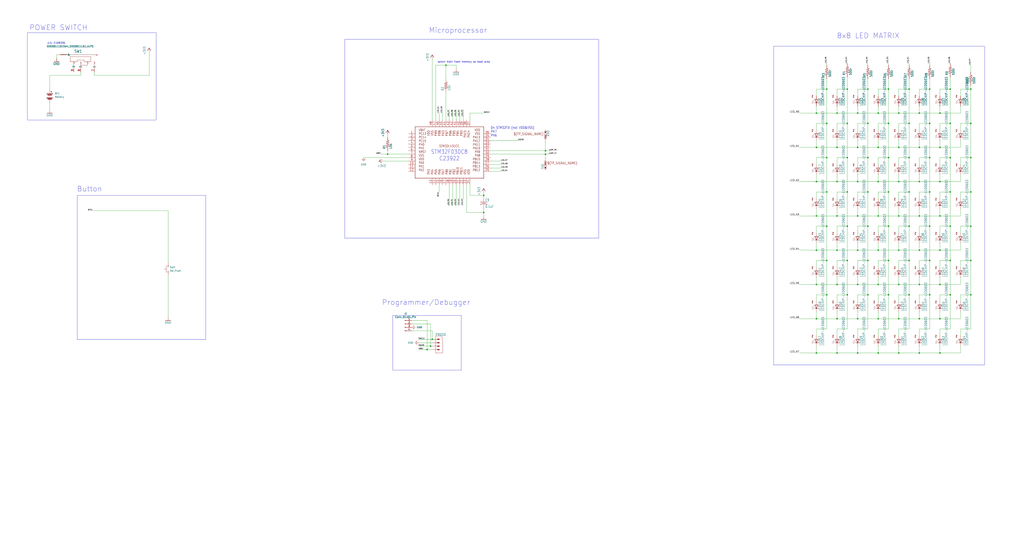
<source format=kicad_sch>
(kicad_sch (version 20250114) (generator "eeschema") (generator_version "9.0")
  (paper "User" 758.19 400.202)
  (rectangle (start 290.83 233.68) (end 341.63 274.32))
  (rectangle (start 255.27 29.21) (end 443.23 176.53))
  (rectangle (start 572.77 34.29) (end 728.98 270.51))
  (rectangle (start 57.15 144.78) (end 152.4 251.46))
  (rectangle (start 20.32 24.13) (end 115.57 88.9))
  (text "Programmer/Debugger" (at 315.468 224.282 0) (effects (font (size 3.81 3.81))))
  (text "Button" (at 66.294 140.208 0) (effects (font (size 3.81 3.81))))
  (text "On STM32F0 (not VDD&VSS)\nPH7\nPH6" (at 363.22 101.6 0) (effects (font (size 1.778 1.5113)) (justify left bottom)))
  (text "select main flash memory as boot area" (at 343.408 45.974 0) (effects (font (size 1.27 1.27))))
  (text "POWER SWITCH" (at 21.844 22.86 0) (effects (font (size 3.81 3.81)) (justify left bottom)))
  (text "8x8 LED MATRIX" (at 642.874 26.67 0) (effects (font (size 3.81 3.81))))
  (text "Microprocessor" (at 339.09 22.606 0) (effects (font (size 3.81 3.81))))
  (text "JLC: C109335" (at 34.798 32.766 0) (effects (font (size 1.27 1.27)) (justify left bottom)))
  (text "STM32F030C8\nC23922" (at 332.74 119.38 0) (effects (font (size 3.048 2.5908)) (justify bottom)))
  (junction (at 695.96 109.22))
  (junction (at 695.96 134.62))
  (junction (at 718.82 66.04))
  (junction (at 688.34 167.64))
  (junction (at 665.48 236.22))
  (junction (at 642.62 116.84))
  (junction (at 604.52 236.22))
  (junction (at 320.04 251.46))
  (junction (at 612.14 91.44))
  (junction (at 718.82 116.84))
  (junction (at 604.52 185.42))
  (junction (at 665.48 134.62))
  (junction (at 665.48 83.82))
  (junction (at 403.86 111.76))
  (junction (at 680.72 185.42))
  (junction (at 650.24 185.42))
  (junction (at 657.86 142.24))
  (junction (at 680.72 134.62))
  (junction (at 665.48 261.62))
  (junction (at 604.52 261.62))
  (junction (at 657.86 91.44))
  (junction (at 604.52 160.02))
  (junction (at 718.82 167.64))
  (junction (at 635 210.82))
  (junction (at 665.48 210.82))
  (junction (at 673.1 142.24))
  (junction (at 688.34 116.84))
  (junction (at 635 236.22))
  (junction (at 650.24 83.82))
  (junction (at 703.58 193.04))
  (junction (at 657.86 116.84))
  (junction (at 627.38 218.44))
  (junction (at 650.24 109.22))
  (junction (at 673.1 218.44))
  (junction (at 358.14 157.48))
  (junction (at 695.96 160.02))
  (junction (at 619.76 236.22))
  (junction (at 358.14 144.78))
  (junction (at 604.52 83.82))
  (junction (at 642.62 218.44))
  (junction (at 604.52 109.22))
  (junction (at 619.76 109.22))
  (junction (at 688.34 218.44))
  (junction (at 403.86 114.3))
  (junction (at 635 160.02))
  (junction (at 703.58 218.44))
  (junction (at 673.1 66.04))
  (junction (at 650.24 210.82))
  (junction (at 718.82 218.44))
  (junction (at 642.62 91.44))
  (junction (at 650.24 261.62))
  (junction (at 680.72 109.22))
  (junction (at 673.1 167.64))
  (junction (at 657.86 66.04))
  (junction (at 703.58 142.24))
  (junction (at 612.14 142.24))
  (junction (at 330.2 48.26))
  (junction (at 650.24 134.62))
  (junction (at 604.52 210.82))
  (junction (at 718.82 193.04))
  (junction (at 673.1 116.84))
  (junction (at 657.86 193.04))
  (junction (at 703.58 116.84))
  (junction (at 612.14 66.04))
  (junction (at 650.24 160.02))
  (junction (at 695.96 210.82))
  (junction (at 665.48 160.02))
  (junction (at 657.86 167.64))
  (junction (at 612.14 218.44))
  (junction (at 635 109.22))
  (junction (at 688.34 193.04))
  (junction (at 287.02 114.3))
  (junction (at 642.62 193.04))
  (junction (at 680.72 83.82))
  (junction (at 688.34 142.24))
  (junction (at 680.72 160.02))
  (junction (at 619.76 210.82))
  (junction (at 718.82 142.24))
  (junction (at 642.62 142.24))
  (junction (at 612.14 193.04))
  (junction (at 695.96 185.42))
  (junction (at 688.34 91.44))
  (junction (at 673.1 193.04))
  (junction (at 604.52 134.62))
  (junction (at 680.72 210.82))
  (junction (at 695.96 236.22))
  (junction (at 703.58 66.04))
  (junction (at 688.34 66.04))
  (junction (at 650.24 236.22))
  (junction (at 680.72 236.22))
  (junction (at 318.77 256.54))
  (junction (at 619.76 160.02))
  (junction (at 673.1 91.44))
  (junction (at 718.82 91.44))
  (junction (at 316.23 259.08))
  (junction (at 635 134.62))
  (junction (at 695.96 83.82))
  (junction (at 619.76 134.62))
  (junction (at 642.62 167.64))
  (junction (at 612.14 167.64))
  (junction (at 635 261.62))
  (junction (at 703.58 167.64))
  (junction (at 627.38 193.04))
  (junction (at 627.38 91.44))
  (junction (at 680.72 261.62))
  (junction (at 635 185.42))
  (junction (at 703.58 91.44))
  (junction (at 665.48 109.22))
  (junction (at 635 83.82))
  (junction (at 619.76 261.62))
  (junction (at 657.86 218.44))
  (junction (at 665.48 185.42))
  (junction (at 627.38 167.64))
  (junction (at 627.38 142.24))
  (junction (at 627.38 66.04))
  (junction (at 619.76 185.42))
  (junction (at 619.76 83.82))
  (junction (at 695.96 261.62))
  (junction (at 642.62 66.04))
  (junction (at 612.14 116.84))
  (junction (at 627.38 116.84))
  (wire (pts (xy 665.48 248.92) (xy 665.48 243.84)) (stroke (width 0.1524)))
  (wire (pts (xy 703.58 218.44) (xy 703.58 243.84)) (stroke (width 0.1524)))
  (wire (pts (xy 635 261.62) (xy 650.24 261.62)) (stroke (width 0.1524)))
  (wire (pts (xy 718.82 193.04) (xy 718.82 218.44)) (stroke (width 0.1524)))
  (wire (pts (xy 627.38 243.84) (xy 619.76 243.84)) (stroke (width 0.1524)))
  (wire (pts (xy 635 134.62) (xy 650.24 134.62)) (stroke (width 0.1524)))
  (wire (pts (xy 680.72 218.44) (xy 688.34 218.44)) (stroke (width 0.1524)))
  (wire (pts (xy 680.72 134.62) (xy 695.96 134.62)) (stroke (width 0.1524)))
  (wire (pts (xy 650.24 185.42) (xy 650.24 180.34)) (stroke (width 0.1524)))
  (wire (pts (xy 695.96 66.04) (xy 703.58 66.04)) (stroke (width 0.1524)))
  (wire (pts (xy 604.52 261.62) (xy 619.76 261.62)) (stroke (width 0.1524)))
  (wire (pts (xy 695.96 172.72) (xy 695.96 167.64)) (stroke (width 0.1524)))
  (wire (pts (xy 650.24 223.52) (xy 650.24 218.44)) (stroke (width 0.1524)))
  (wire (pts (xy 718.82 66.04) (xy 718.82 91.44)) (stroke (width 0.1524)))
  (wire (pts (xy 604.52 256.54) (xy 604.52 261.62)) (stroke (width 0.1524)))
  (wire (pts (xy 711.2 223.52) (xy 711.2 218.44)) (stroke (width 0.1524)))
  (wire (pts (xy 703.58 91.44) (xy 703.58 116.84)) (stroke (width 0.1524)))
  (wire (pts (xy 711.2 91.44) (xy 718.82 91.44)) (stroke (width 0.1524)))
  (wire (pts (xy 322.58 48.26) (xy 322.58 88.9)) (stroke (width 0.1524)))
  (wire (pts (xy 619.76 185.42) (xy 619.76 180.34)) (stroke (width 0.1524)))
  (wire (pts (xy 657.86 218.44) (xy 657.86 243.84)) (stroke (width 0.1524)))
  (wire (pts (xy 627.38 57.15) (xy 627.38 66.04)) (stroke (width 0.1524)))
  (wire (pts (xy 680.72 193.04) (xy 688.34 193.04)) (stroke (width 0.1524)))
  (wire (pts (xy 711.2 243.84) (xy 718.82 243.84)) (stroke (width 0.1524)))
  (wire (pts (xy 619.76 142.24) (xy 619.76 147.32)) (stroke (width 0.1524)))
  (wire (pts (xy 612.14 193.04) (xy 604.52 193.04)) (stroke (width 0.1524)))
  (wire (pts (xy 604.52 142.24) (xy 604.52 147.32)) (stroke (width 0.1524)))
  (wire (pts (xy 635 185.42) (xy 635 180.34)) (stroke (width 0.1524)))
  (wire (pts (xy 320.04 43.18) (xy 320.04 88.9)) (stroke (width 0.1524)))
  (wire (pts (xy 327.66 83.82) (xy 327.66 88.9)) (stroke (width 0.1524)))
  (wire (pts (xy 604.52 83.82) (xy 619.76 83.82)) (stroke (width 0.1524)))
  (wire (pts (xy 642.62 218.44) (xy 635 218.44)) (stroke (width 0.1524)))
  (wire (pts (xy 36.83 55.88) (xy 36.83 66.04)) (stroke (width 0.1524)))
  (wire (pts (xy 695.96 142.24) (xy 703.58 142.24)) (stroke (width 0.1524)))
  (wire (pts (xy 642.62 142.24) (xy 635 142.24)) (stroke (width 0.1524)))
  (wire (pts (xy 403.86 114.3) (xy 363.22 114.3)) (stroke (width 0.1524)))
  (wire (pts (xy 711.2 71.12) (xy 711.2 66.04)) (stroke (width 0.1524)))
  (wire (pts (xy 680.72 66.04) (xy 688.34 66.04)) (stroke (width 0.1524)))
  (wire (pts (xy 680.72 210.82) (xy 680.72 205.74)) (stroke (width 0.1524)))
  (wire (pts (xy 650.24 218.44) (xy 657.86 218.44)) (stroke (width 0.1524)))
  (wire (pts (xy 695.96 116.84) (xy 703.58 116.84)) (stroke (width 0.1524)))
  (wire (pts (xy 695.96 71.12) (xy 695.96 66.04)) (stroke (width 0.1524)))
  (wire (pts (xy 612.14 142.24) (xy 604.52 142.24)) (stroke (width 0.1524)))
  (wire (pts (xy 665.48 185.42) (xy 665.48 180.34)) (stroke (width 0.1524)))
  (wire (pts (xy 688.34 167.64) (xy 688.34 193.04)) (stroke (width 0.1524)))
  (wire (pts (xy 680.72 236.22) (xy 680.72 231.14)) (stroke (width 0.1524)))
  (wire (pts (xy 703.58 66.04) (xy 703.58 91.44)) (stroke (width 0.1524)))
  (wire (pts (xy 642.62 58.42) (xy 642.62 66.04)) (stroke (width 0.1524)))
  (wire (pts (xy 650.24 160.02) (xy 665.48 160.02)) (stroke (width 0.1524)))
  (wire (pts (xy 695.96 83.82) (xy 695.96 78.74)) (stroke (width 0.1524)))
  (wire (pts (xy 665.48 71.12) (xy 665.48 66.04)) (stroke (width 0.1524)))
  (wire (pts (xy 642.62 243.84) (xy 635 243.84)) (stroke (width 0.1524)))
  (wire (pts (xy 604.52 167.64) (xy 604.52 172.72)) (stroke (width 0.1524)))
  (wire (pts (xy 650.24 261.62) (xy 650.24 256.54)) (stroke (width 0.1524)))
  (wire (pts (xy 695.96 223.52) (xy 695.96 218.44)) (stroke (width 0.1524)))
  (wire (pts (xy 604.52 180.34) (xy 604.52 185.42)) (stroke (width 0.1524)))
  (wire (pts (xy 711.2 147.32) (xy 711.2 142.24)) (stroke (width 0.1524)))
  (wire (pts (xy 650.24 116.84) (xy 657.86 116.84)) (stroke (width 0.1524)))
  (wire (pts (xy 358.14 160.02) (xy 358.14 157.48)) (stroke (width 0.1524)))
  (wire (pts (xy 665.48 109.22) (xy 665.48 104.14)) (stroke (width 0.1524)))
  (wire (pts (xy 604.52 66.04) (xy 604.52 71.12)) (stroke (width 0.1524)))
  (wire (pts (xy 650.24 142.24) (xy 657.86 142.24)) (stroke (width 0.1524)))
  (wire (pts (xy 309.88 251.46) (xy 320.04 251.46)) (stroke (width 0.1524)))
  (wire (pts (xy 604.52 109.22) (xy 591.82 109.22)) (stroke (width 0.1524)))
  (wire (pts (xy 69.85 53.34) (xy 69.85 55.88)) (stroke (width 0.1524)))
  (wire (pts (xy 665.48 218.44) (xy 673.1 218.44)) (stroke (width 0.1524)))
  (wire (pts (xy 695.96 96.52) (xy 695.96 91.44)) (stroke (width 0.1524)))
  (wire (pts (xy 635 91.44) (xy 635 96.52)) (stroke (width 0.1524)))
  (wire (pts (xy 688.34 66.04) (xy 688.34 91.44)) (stroke (width 0.1524)))
  (wire (pts (xy 619.76 134.62) (xy 635 134.62)) (stroke (width 0.1524)))
  (wire (pts (xy 304.8 240.03) (xy 318.77 240.03)))
  (wire (pts (xy 711.2 198.12) (xy 711.2 193.04)) (stroke (width 0.1524)))
  (wire (pts (xy 673.1 66.04) (xy 673.1 91.44)) (stroke (width 0.1524)))
  (wire (pts (xy 680.72 172.72) (xy 680.72 167.64)) (stroke (width 0.1524)))
  (wire (pts (xy 124.46 194.31) (xy 124.46 156.21)) (stroke (width 0.1524)))
  (wire (pts (xy 665.48 243.84) (xy 673.1 243.84)) (stroke (width 0.1524)))
  (wire (pts (xy 711.2 109.22) (xy 711.2 104.14)) (stroke (width 0.1524)))
  (wire (pts (xy 642.62 142.24) (xy 642.62 167.64)) (stroke (width 0.1524)))
  (wire (pts (xy 718.82 48.26) (xy 718.82 53.34)) (stroke (width 0.1524)))
  (wire (pts (xy 302.26 116.84) (xy 269.24 116.84)) (stroke (width 0.1524)))
  (wire (pts (xy 665.48 236.22) (xy 680.72 236.22)) (stroke (width 0.1524)))
  (wire (pts (xy 703.58 142.24) (xy 703.58 167.64)) (stroke (width 0.1524)))
  (wire (pts (xy 680.72 261.62) (xy 695.96 261.62)) (stroke (width 0.1524)))
  (wire (pts (xy 619.76 236.22) (xy 619.76 231.14)) (stroke (width 0.1524)))
  (wire (pts (xy 665.48 198.12) (xy 665.48 193.04)) (stroke (width 0.1524)))
  (wire (pts (xy 612.14 193.04) (xy 612.14 218.44)) (stroke (width 0.1524)))
  (wire (pts (xy 711.2 231.14) (xy 711.2 236.22)) (stroke (width 0.1524)))
  (wire (pts (xy 650.24 236.22) (xy 665.48 236.22)) (stroke (width 0.1524)))
  (wire (pts (xy 665.48 236.22) (xy 665.48 231.14)) (stroke (width 0.1524)))
  (wire (pts (xy 612.14 218.44) (xy 612.14 243.84)) (stroke (width 0.1524)))
  (wire (pts (xy 406.4 114.3) (xy 403.86 114.3)) (stroke (width 0.1524)))
  (wire (pts (xy 337.82 137.16) (xy 337.82 152.4)) (stroke (width 0.1524)))
  (wire (pts (xy 332.74 81.28) (xy 332.74 88.9)) (stroke (width 0.1524)))
  (wire (pts (xy 619.76 109.22) (xy 619.76 104.14)) (stroke (width 0.1524)))
  (wire (pts (xy 604.52 261.62) (xy 591.82 261.62)) (stroke (width 0.1524)))
  (wire (pts (xy 627.38 218.44) (xy 627.38 243.84)) (stroke (width 0.1524)))
  (wire (pts (xy 604.52 116.84) (xy 604.52 121.92)) (stroke (width 0.1524)))
  (wire (pts (xy 370.84 124.46) (xy 363.22 124.46)) (stroke (width 0.1524)))
  (wire (pts (xy 680.72 185.42) (xy 695.96 185.42)) (stroke (width 0.1524)))
  (wire (pts (xy 347.98 83.82) (xy 347.98 88.9)) (stroke (width 0.1524)))
  (wire (pts (xy 383.54 104.14) (xy 363.22 104.14)) (stroke (width 0.1524)))
  (wire (pts (xy 335.28 81.28) (xy 335.28 88.9)) (stroke (width 0.1524)))
  (wire (pts (xy 695.96 91.44) (xy 703.58 91.44)) (stroke (width 0.1524)))
  (wire (pts (xy 627.38 142.24) (xy 627.38 167.64)) (stroke (width 0.1524)))
  (wire (pts (xy 650.24 193.04) (xy 657.86 193.04)) (stroke (width 0.1524)))
  (wire (pts (xy 642.62 91.44) (xy 635 91.44)) (stroke (width 0.1524)))
  (wire (pts (xy 642.62 66.04) (xy 642.62 91.44)) (stroke (width 0.1524)))
  (wire (pts (xy 612.14 167.64) (xy 612.14 193.04)) (stroke (width 0.1524)))
  (wire (pts (xy 665.48 91.44) (xy 673.1 91.44)) (stroke (width 0.1524)))
  (wire (pts (xy 612.14 116.84) (xy 612.14 142.24)) (stroke (width 0.1524)))
  (wire (pts (xy 695.96 160.02) (xy 711.2 160.02)) (stroke (width 0.1524)))
  (wire (pts (xy 612.14 116.84) (xy 604.52 116.84)) (stroke (width 0.1524)))
  (wire (pts (xy 370.84 119.38) (xy 363.22 119.38)) (stroke (width 0.1524)))
  (wire (pts (xy 604.52 205.74) (xy 604.52 210.82)) (stroke (width 0.1524)))
  (wire (pts (xy 318.77 256.54) (xy 320.04 256.54)) (stroke (width 0.1524)))
  (wire (pts (xy 711.2 142.24) (xy 718.82 142.24)) (stroke (width 0.1524)))
  (wire (pts (xy 680.72 248.92) (xy 680.72 243.84)) (stroke (width 0.1524)))
  (wire (pts (xy 680.72 116.84) (xy 688.34 116.84)) (stroke (width 0.1524)))
  (wire (pts (xy 627.38 193.04) (xy 627.38 218.44)) (stroke (width 0.1524)))
  (wire (pts (xy 604.52 231.14) (xy 604.52 236.22)) (stroke (width 0.1524)))
  (wire (pts (xy 627.38 167.64) (xy 627.38 193.04)) (stroke (width 0.1524)))
  (wire (pts (xy 680.72 261.62) (xy 680.72 256.54)) (stroke (width 0.1524)))
  (wire (pts (xy 711.2 96.52) (xy 711.2 91.44)) (stroke (width 0.1524)))
  (wire (pts (xy 695.96 236.22) (xy 695.96 231.14)) (stroke (width 0.1524)))
  (wire (pts (xy 627.38 66.04) (xy 619.76 66.04)) (stroke (width 0.1524)))
  (wire (pts (xy 612.14 66.04) (xy 604.52 66.04)) (stroke (width 0.1524)))
  (wire (pts (xy 36.83 76.2) (xy 36.83 78.74)))
  (wire (pts (xy 650.24 83.82) (xy 650.24 78.74)) (stroke (width 0.1524)))
  (wire (pts (xy 680.72 223.52) (xy 680.72 218.44)) (stroke (width 0.1524)))
  (wire (pts (xy 711.2 261.62) (xy 711.2 256.54)) (stroke (width 0.1524)))
  (wire (pts (xy 680.72 147.32) (xy 680.72 142.24)) (stroke (width 0.1524)))
  (wire (pts (xy 604.52 104.14) (xy 604.52 109.22)) (stroke (width 0.1524)))
  (wire (pts (xy 665.48 160.02) (xy 665.48 154.94)) (stroke (width 0.1524)))
  (wire (pts (xy 688.34 91.44) (xy 688.34 116.84)) (stroke (width 0.1524)))
  (wire (pts (xy 657.86 66.04) (xy 657.86 58.42)) (stroke (width 0.1524)))
  (wire (pts (xy 358.14 83.82) (xy 347.98 83.82)) (stroke (width 0.1524)))
  (wire (pts (xy 680.72 83.82) (xy 680.72 78.74)) (stroke (width 0.1524)))
  (wire (pts (xy 619.76 185.42) (xy 635 185.42)) (stroke (width 0.1524)))
  (wire (pts (xy 665.48 167.64) (xy 673.1 167.64)) (stroke (width 0.1524)))
  (wire (pts (xy 604.52 185.42) (xy 619.76 185.42)) (stroke (width 0.1524)))
  (wire (pts (xy 695.96 261.62) (xy 695.96 256.54)) (stroke (width 0.1524)))
  (wire (pts (xy 335.28 137.16) (xy 335.28 152.4)) (stroke (width 0.1524)))
  (wire (pts (xy 318.77 240.03) (xy 318.77 256.54)))
  (wire (pts (xy 619.76 134.62) (xy 619.76 129.54)) (stroke (width 0.1524)))
  (wire (pts (xy 680.72 109.22) (xy 695.96 109.22)) (stroke (width 0.1524)))
  (wire (pts (xy 604.52 91.44) (xy 604.52 96.52)) (stroke (width 0.1524)))
  (wire (pts (xy 665.48 223.52) (xy 665.48 218.44)) (stroke (width 0.1524)))
  (wire (pts (xy 650.24 134.62) (xy 665.48 134.62)) (stroke (width 0.1524)))
  (wire (pts (xy 604.52 83.82) (xy 591.82 83.82)) (stroke (width 0.1524)))
  (wire (pts (xy 612.14 91.44) (xy 604.52 91.44)) (stroke (width 0.1524)))
  (wire (pts (xy 695.96 109.22) (xy 711.2 109.22)) (stroke (width 0.1524)))
  (wire (pts (xy 604.52 160.02) (xy 591.82 160.02)) (stroke (width 0.1524)))
  (wire (pts (xy 304.8 245.11) (xy 320.04 245.11)))
  (wire (pts (xy 330.2 48.26) (xy 322.58 48.26)) (stroke (width 0.1524)))
  (wire (pts (xy 403.86 105.41) (xy 403.86 111.76)) (stroke (width 0.1524)))
  (wire (pts (xy 657.86 116.84) (xy 657.86 142.24)) (stroke (width 0.1524)))
  (wire (pts (xy 604.52 129.54) (xy 604.52 134.62)) (stroke (width 0.1524)))
  (wire (pts (xy 635 160.02) (xy 650.24 160.02)) (stroke (width 0.1524)))
  (wire (pts (xy 619.76 116.84) (xy 619.76 121.92)) (stroke (width 0.1524)))
  (wire (pts (xy 612.14 218.44) (xy 604.52 218.44)) (stroke (width 0.1524)))
  (wire (pts (xy 650.24 243.84) (xy 657.86 243.84)) (stroke (width 0.1524)))
  (wire (pts (xy 673.1 193.04) (xy 673.1 218.44)) (stroke (width 0.1524)))
  (wire (pts (xy 680.72 167.64) (xy 688.34 167.64)) (stroke (width 0.1524)))
  (wire (pts (xy 673.1 218.44) (xy 673.1 243.84)) (stroke (width 0.1524)))
  (wire (pts (xy 642.62 167.64) (xy 642.62 193.04)) (stroke (width 0.1524)))
  (wire (pts (xy 711.2 248.92) (xy 711.2 243.84)) (stroke (width 0.1524)))
  (wire (pts (xy 604.52 185.42) (xy 591.82 185.42)) (stroke (width 0.1524)))
  (wire (pts (xy 635 134.62) (xy 635 129.54)) (stroke (width 0.1524)))
  (wire (pts (xy 619.76 91.44) (xy 619.76 96.52)) (stroke (width 0.1524)))
  (wire (pts (xy 650.24 185.42) (xy 665.48 185.42)) (stroke (width 0.1524)))
  (wire (pts (xy 718.82 116.84) (xy 718.82 142.24)) (stroke (width 0.1524)))
  (wire (pts (xy 688.34 66.04) (xy 688.34 58.42)) (stroke (width 0.1524)))
  (wire (pts (xy 612.14 66.04) (xy 612.14 58.42)) (stroke (width 0.1524)))
  (wire (pts (xy 657.86 142.24) (xy 657.86 167.64)) (stroke (width 0.1524)))
  (wire (pts (xy 642.62 193.04) (xy 635 193.04)) (stroke (width 0.1524)))
  (wire (pts (xy 363.22 127) (xy 370.84 127)) (stroke (width 0.1524)))
  (wire (pts (xy 673.1 66.04) (xy 673.1 58.42)) (stroke (width 0.1524)))
  (wire (pts (xy 711.2 185.42) (xy 711.2 180.34)) (stroke (width 0.1524)))
  (wire (pts (xy 635 193.04) (xy 635 198.12)) (stroke (width 0.1524)))
  (wire (pts (xy 703.58 193.04) (xy 703.58 218.44)) (stroke (width 0.1524)))
  (wire (pts (xy 650.24 198.12) (xy 650.24 193.04)) (stroke (width 0.1524)))
  (wire (pts (xy 665.48 83.82) (xy 680.72 83.82)) (stroke (width 0.1524)))
  (wire (pts (xy 650.24 96.52) (xy 650.24 91.44)) (stroke (width 0.1524)))
  (wire (pts (xy 695.96 160.02) (xy 695.96 154.94)) (stroke (width 0.1524)))
  (wire (pts (xy 718.82 66.04) (xy 718.82 63.5)) (stroke (width 0.1524)))
  (wire (pts (xy 665.48 116.84) (xy 673.1 116.84)) (stroke (width 0.1524)))
  (wire (pts (xy 345.44 157.48) (xy 345.44 137.16)) (stroke (width 0.1524)))
  (wire (pts (xy 703.58 57.15) (xy 703.58 66.04)) (stroke (width 0.1524)))
  (wire (pts (xy 650.24 147.32) (xy 650.24 142.24)) (stroke (width 0.1524)))
  (wire (pts (xy 283.21 119.38) (xy 302.26 119.38)) (stroke (width 0.1524)))
  (wire (pts (xy 680.72 109.22) (xy 680.72 104.14)) (stroke (width 0.1524)))
  (wire (pts (xy 612.14 243.84) (xy 604.52 243.84)) (stroke (width 0.1524)))
  (wire (pts (xy 657.86 66.04) (xy 657.86 91.44)) (stroke (width 0.1524)))
  (wire (pts (xy 711.2 83.82) (xy 711.2 78.74)) (stroke (width 0.1524)))
  (wire (pts (xy 619.76 210.82) (xy 635 210.82)) (stroke (width 0.1524)))
  (wire (pts (xy 619.76 193.04) (xy 619.76 198.12)) (stroke (width 0.1524)))
  (wire (pts (xy 665.48 109.22) (xy 680.72 109.22)) (stroke (width 0.1524)))
  (wire (pts (xy 688.34 193.04) (xy 688.34 218.44)) (stroke (width 0.1524)))
  (wire (pts (xy 635 116.84) (xy 635 121.92)) (stroke (width 0.1524)))
  (wire (pts (xy 619.76 109.22) (xy 635 109.22)) (stroke (width 0.1524)))
  (wire (pts (xy 347.98 144.78) (xy 347.98 137.16)) (stroke (width 0.1524)))
  (wire (pts (xy 650.24 71.12) (xy 650.24 66.04)) (stroke (width 0.1524)))
  (wire (pts (xy 309.88 256.54) (xy 318.77 256.54)) (stroke (width 0.1524)))
  (wire (pts (xy 627.38 116.84) (xy 619.76 116.84)) (stroke (width 0.1524)))
  (wire (pts (xy 642.62 66.04) (xy 635 66.04)) (stroke (width 0.1524)))
  (wire (pts (xy 695.96 261.62) (xy 711.2 261.62)) (stroke (width 0.1524)))
  (wire (pts (xy 59.69 53.34) (xy 59.69 55.88)))
  (wire (pts (xy 363.22 121.92) (xy 370.84 121.92)) (stroke (width 0.1524)))
  (wire (pts (xy 612.14 167.64) (xy 604.52 167.64)) (stroke (width 0.1524)))
  (wire (pts (xy 718.82 142.24) (xy 718.82 167.64)) (stroke (width 0.1524)))
  (wire (pts (xy 650.24 167.64) (xy 657.86 167.64)) (stroke (width 0.1524)))
  (wire (pts (xy 642.62 46.99) (xy 642.62 48.26)) (stroke (width 0.1524)))
  (wire (pts (xy 627.38 193.04) (xy 619.76 193.04)) (stroke (width 0.1524)))
  (wire (pts (xy 673.1 167.64) (xy 673.1 193.04)) (stroke (width 0.1524)))
  (wire (pts (xy 695.96 248.92) (xy 695.96 243.84)) (stroke (width 0.1524)))
  (wire (pts (xy 657.86 91.44) (xy 657.86 116.84)) (stroke (width 0.1524)))
  (wire (pts (xy 688.34 46.99) (xy 688.34 48.26)) (stroke (width 0.1524)))
  (wire (pts (xy 358.14 157.48) (xy 345.44 157.48)) (stroke (width 0.1524)))
  (wire (pts (xy 287.02 101.6) (xy 287.02 99.06)) (stroke (width 0.1524)))
  (wire (pts (xy 711.2 66.04) (xy 718.82 66.04)) (stroke (width 0.1524)))
  (wire (pts (xy 703.58 167.64) (xy 703.58 193.04)) (stroke (width 0.1524)))
  (wire (pts (xy 635 66.04) (xy 635 71.12)) (stroke (width 0.1524)))
  (wire (pts (xy 627.38 91.44) (xy 619.76 91.44)) (stroke (width 0.1524)))
  (wire (pts (xy 665.48 261.62) (xy 680.72 261.62)) (stroke (width 0.1524)))
  (wire (pts (xy 680.72 243.84) (xy 688.34 243.84)) (stroke (width 0.1524)))
  (wire (pts (xy 358.14 157.48) (xy 358.14 154.94)) (stroke (width 0.1524)))
  (wire (pts (xy 688.34 218.44) (xy 688.34 243.84)) (stroke (width 0.1524)))
  (wire (pts (xy 650.24 210.82) (xy 650.24 205.74)) (stroke (width 0.1524)))
  (wire (pts (xy 711.2 167.64) (xy 718.82 167.64)) (stroke (width 0.1524)))
  (wire (pts (xy 711.2 193.04) (xy 718.82 193.04)) (stroke (width 0.1524)))
  (wire (pts (xy 316.23 259.08) (xy 320.04 259.08)) (stroke (width 0.1524)))
  (wire (pts (xy 635 109.22) (xy 635 104.14)) (stroke (width 0.1524)))
  (wire (pts (xy 711.2 116.84) (xy 718.82 116.84)) (stroke (width 0.1524)))
  (wire (pts (xy 330.2 68.58) (xy 330.2 88.9)) (stroke (width 0.1524)))
  (wire (pts (xy 612.14 91.44) (xy 612.14 116.84)) (stroke (width 0.1524)))
  (wire (pts (xy 604.52 134.62) (xy 619.76 134.62)) (stroke (width 0.1524)))
  (wire (pts (xy 650.24 91.44) (xy 657.86 91.44)) (stroke (width 0.1524)))
  (wire (pts (xy 695.96 134.62) (xy 695.96 129.54)) (stroke (width 0.1524)))
  (wire (pts (xy 665.48 121.92) (xy 665.48 116.84)) (stroke (width 0.1524)))
  (wire (pts (xy 635 236.22) (xy 650.24 236.22)) (stroke (width 0.1524)))
  (wire (pts (xy 665.48 261.62) (xy 665.48 256.54)) (stroke (width 0.1524)))
  (wire (pts (xy 604.52 134.62) (xy 591.82 134.62)) (stroke (width 0.1524)))
  (wire (pts (xy 59.69 55.88) (xy 36.83 55.88)) (stroke (width 0.1524)))
  (wire (pts (xy 665.48 134.62) (xy 680.72 134.62)) (stroke (width 0.1524)))
  (wire (pts (xy 342.9 81.28) (xy 342.9 88.9)) (stroke (width 0.1524)))
  (wire (pts (xy 635 142.24) (xy 635 147.32)) (stroke (width 0.1524)))
  (wire (pts (xy 403.86 116.84) (xy 403.86 114.3)) (stroke (width 0.1524)))
  (wire (pts (xy 309.88 259.08) (xy 316.23 259.08)) (stroke (width 0.1524)))
  (wire (pts (xy 665.48 142.24) (xy 673.1 142.24)) (stroke (width 0.1524)))
  (wire (pts (xy 604.52 236.22) (xy 619.76 236.22)) (stroke (width 0.1524)))
  (wire (pts (xy 124.46 204.47) (xy 124.46 234.95)) (stroke (width 0.1524)))
  (wire (pts (xy 635 210.82) (xy 650.24 210.82)) (stroke (width 0.1524)))
  (wire (pts (xy 695.96 185.42) (xy 711.2 185.42)) (stroke (width 0.1524)))
  (wire (pts (xy 665.48 66.04) (xy 673.1 66.04)) (stroke (width 0.1524)))
  (wire (pts (xy 406.4 111.76) (xy 403.86 111.76)) (stroke (width 0.1524)))
  (wire (pts (xy 124.46 156.21) (xy 68.58 156.21)) (stroke (width 0.1524)))
  (wire (pts (xy 695.96 210.82) (xy 711.2 210.82)) (stroke (width 0.1524)))
  (wire (pts (xy 657.86 46.99) (xy 657.86 48.26)) (stroke (width 0.1524)))
  (wire (pts (xy 342.9 137.16) (xy 342.9 147.32)) (stroke (width 0.1524)))
  (wire (pts (xy 69.85 55.88) (xy 110.49 55.88)) (stroke (width 0.1524)))
  (wire (pts (xy 337.82 81.28) (xy 337.82 88.9)) (stroke (width 0.1524)))
  (wire (pts (xy 688.34 142.24) (xy 688.34 167.64)) (stroke (width 0.1524)))
  (wire (pts (xy 619.76 83.82) (xy 619.76 78.74)) (stroke (width 0.1524)))
  (wire (pts (xy 642.62 218.44) (xy 642.62 243.84)) (stroke (width 0.1524)))
  (wire (pts (xy 695.96 167.64) (xy 703.58 167.64)) (stroke (width 0.1524)))
  (wire (pts (xy 635 160.02) (xy 635 154.94)) (stroke (width 0.1524)))
  (wire (pts (xy 695.96 210.82) (xy 695.96 205.74)) (stroke (width 0.1524)))
  (wire (pts (xy 358.14 144.78) (xy 358.14 147.32)) (stroke (width 0.1524)))
  (wire (pts (xy 680.72 71.12) (xy 680.72 66.04)) (stroke (width 0.1524)))
  (wire (pts (xy 695.96 193.04) (xy 703.58 193.04)) (stroke (width 0.1524)))
  (wire (pts (xy 612.14 46.99) (xy 612.14 48.26)) (stroke (width 0.1524)))
  (wire (pts (xy 680.72 83.82) (xy 695.96 83.82)) (stroke (width 0.1524)))
  (wire (pts (xy 619.76 236.22) (xy 635 236.22)) (stroke (width 0.1524)))
  (wire (pts (xy 642.62 167.64) (xy 635 167.64)) (stroke (width 0.1524)))
  (wire (pts (xy 619.76 160.02) (xy 619.76 154.94)) (stroke (width 0.1524)))
  (wire (pts (xy 665.48 193.04) (xy 673.1 193.04)) (stroke (width 0.1524)))
  (wire (pts (xy 358.14 142.24) (xy 358.14 144.78)) (stroke (width 0.1524)))
  (wire (pts (xy 325.12 137.16) (xy 325.12 142.24)) (stroke (width 0.1524)))
  (wire (pts (xy 665.48 147.32) (xy 665.48 142.24)) (stroke (width 0.1524)))
  (wire (pts (xy 41.91 40.64) (xy 41.91 43.18)) (stroke (width 0.1524)))
  (wire (pts (xy 695.96 198.12) (xy 695.96 193.04)) (stroke (width 0.1524)))
  (wire (pts (xy 604.52 154.94) (xy 604.52 160.02)) (stroke (width 0.1524)))
  (wire (pts (xy 44.45 40.64) (xy 41.91 40.64)) (stroke (width 0.1524)))
  (wire (pts (xy 665.48 172.72) (xy 665.48 167.64)) (stroke (width 0.1524)))
  (wire (pts (xy 665.48 185.42) (xy 680.72 185.42)) (stroke (width 0.1524)))
  (wire (pts (xy 711.2 172.72) (xy 711.2 167.64)) (stroke (width 0.1524)))
  (wire (pts (xy 604.52 160.02) (xy 619.76 160.02)) (stroke (width 0.1524)))
  (wire (pts (xy 695.96 121.92) (xy 695.96 116.84)) (stroke (width 0.1524)))
  (wire (pts (xy 650.24 109.22) (xy 665.48 109.22)) (stroke (width 0.1524)))
  (wire (pts (xy 635 210.82) (xy 635 205.74)) (stroke (width 0.1524)))
  (wire (pts (xy 650.24 172.72) (xy 650.24 167.64)) (stroke (width 0.1524)))
  (wire (pts (xy 711.2 218.44) (xy 718.82 218.44)) (stroke (width 0.1524)))
  (wire (pts (xy 695.96 109.22) (xy 695.96 104.14)) (stroke (width 0.1524)))
  (wire (pts (xy 650.24 160.02) (xy 650.24 154.94)) (stroke (width 0.1524)))
  (wire (pts (xy 635 109.22) (xy 650.24 109.22)) (stroke (width 0.1524)))
  (wire (pts (xy 665.48 134.62) (xy 665.48 129.54)) (stroke (width 0.1524)))
  (wire (pts (xy 635 185.42) (xy 650.24 185.42)) (stroke (width 0.1524)))
  (wire (pts (xy 680.72 91.44) (xy 688.34 91.44)) (stroke (width 0.1524)))
  (wire (pts (xy 330.2 48.26) (xy 330.2 58.42)) (stroke (width 0.1524)))
  (wire (pts (xy 627.38 218.44) (xy 619.76 218.44)) (stroke (width 0.1524)))
  (wire (pts (xy 650.24 121.92) (xy 650.24 116.84)) (stroke (width 0.1524)))
  (wire (pts (xy 695.96 218.44) (xy 703.58 218.44)) (stroke (width 0.1524)))
  (wire (pts (xy 619.76 210.82) (xy 619.76 205.74)) (stroke (width 0.1524)))
  (wire (pts (xy 358.14 144.78) (xy 347.98 144.78)) (stroke (width 0.1524)))
  (wire (pts (xy 619.76 243.84) (xy 619.76 248.92)) (stroke (width 0.1524)))
  (wire (pts (xy 110.49 55.88) (xy 110.49 38.1)) (stroke (width 0.1524)))
  (wire (pts (xy 650.24 83.82) (xy 665.48 83.82)) (stroke (width 0.1524)))
  (wire (pts (xy 635 218.44) (xy 635 223.52)) (stroke (width 0.1524)))
  (wire (pts (xy 612.14 142.24) (xy 612.14 167.64)) (stroke (width 0.1524)))
  (wire (pts (xy 635 261.62) (xy 635 256.54)) (stroke (width 0.1524)))
  (wire (pts (xy 642.62 116.84) (xy 642.62 142.24)) (stroke (width 0.1524)))
  (wire (pts (xy 635 243.84) (xy 635 248.92)) (stroke (width 0.1524)))
  (wire (pts (xy 604.52 236.22) (xy 591.82 236.22)) (stroke (width 0.1524)))
  (wire (pts (xy 619.76 83.82) (xy 635 83.82)) (stroke (width 0.1524)))
  (wire (pts (xy 650.24 134.62) (xy 650.24 129.54)) (stroke (width 0.1524)))
  (wire (pts (xy 718.82 218.44) (xy 718.82 243.84)) (stroke (width 0.1524)))
  (wire (pts (xy 320.04 245.11) (xy 320.04 251.46)))
  (wire (pts (xy 673.1 46.99) (xy 673.1 48.26)) (stroke (width 0.1524)))
  (wire (pts (xy 635 83.82) (xy 650.24 83.82)) (stroke (width 0.1524)))
  (wire (pts (xy 309.88 254) (xy 320.04 254)))
  (wire (pts (xy 673.1 142.24) (xy 673.1 167.64)) (stroke (width 0.1524)))
  (wire (pts (xy 650.24 66.04) (xy 657.86 66.04)) (stroke (width 0.1524)))
  (wire (pts (xy 680.72 210.82) (xy 695.96 210.82)) (stroke (width 0.1524)))
  (wire (pts (xy 325.12 83.82) (xy 325.12 88.9)) (stroke (width 0.1524)))
  (wire (pts (xy 619.76 261.62) (xy 619.76 256.54)) (stroke (width 0.1524)))
  (wire (pts (xy 635 236.22) (xy 635 231.14)) (stroke (width 0.1524)))
  (wire (pts (xy 665.48 160.02) (xy 680.72 160.02)) (stroke (width 0.1524)))
  (wire (pts (xy 604.52 109.22) (xy 619.76 109.22)) (stroke (width 0.1524)))
  (wire (pts (xy 337.82 50.8) (xy 337.82 48.26)) (stroke (width 0.1524)))
  (wire (pts (xy 650.24 261.62) (xy 665.48 261.62)) (stroke (width 0.1524)))
  (wire (pts (xy 673.1 116.84) (xy 673.1 142.24)) (stroke (width 0.1524)))
  (wire (pts (xy 604.52 218.44) (xy 604.52 223.52)) (stroke (width 0.1524)))
  (wire (pts (xy 680.72 142.24) (xy 688.34 142.24)) (stroke (width 0.1524)))
  (wire (pts (xy 340.36 81.28) (xy 340.36 88.9)) (stroke (width 0.1524)))
  (wire (pts (xy 695.96 185.42) (xy 695.96 180.34)) (stroke (width 0.1524)))
  (wire (pts (xy 665.48 83.82) (xy 665.48 78.74)) (stroke (width 0.1524)))
  (wire (pts (xy 619.76 218.44) (xy 619.76 223.52)) (stroke (width 0.1524)))
  (wire (pts (xy 604.52 243.84) (xy 604.52 248.92)) (stroke (width 0.1524)))
  (wire (pts (xy 680.72 236.22) (xy 695.96 236.22)) (stroke (width 0.1524)))
  (wire (pts (xy 287.02 111.76) (xy 287.02 114.3)) (stroke (width 0.1524)))
  (wire (pts (xy 711.2 210.82) (xy 711.2 205.74)) (stroke (width 0.1524)))
  (wire (pts (xy 650.24 210.82) (xy 665.48 210.82)) (stroke (width 0.1524)))
  (wire (pts (xy 711.2 121.92) (xy 711.2 116.84)) (stroke (width 0.1524)))
  (wire (pts (xy 287.02 114.3) (xy 302.26 114.3)) (stroke (width 0.1524)))
  (wire (pts (xy 403.86 111.76) (xy 363.22 111.76)) (stroke (width 0.1524)))
  (wire (pts (xy 627.38 142.24) (xy 619.76 142.24)) (stroke (width 0.1524)))
  (wire (pts (xy 337.82 48.26) (xy 330.2 48.26)) (stroke (width 0.1524)))
  (wire (pts (xy 703.58 116.84) (xy 703.58 142.24)) (stroke (width 0.1524)))
  (wire (pts (xy 619.76 167.64) (xy 619.76 172.72)) (stroke (width 0.1524)))
  (wire (pts (xy 695.96 134.62) (xy 711.2 134.62)) (stroke (width 0.1524)))
  (wire (pts (xy 642.62 193.04) (xy 642.62 218.44)) (stroke (width 0.1524)))
  (wire (pts (xy 650.24 248.92) (xy 650.24 243.84)) (stroke (width 0.1524)))
  (wire (pts (xy 680.72 121.92) (xy 680.72 116.84)) (stroke (width 0.1524)))
  (wire (pts (xy 673.1 91.44) (xy 673.1 116.84)) (stroke (width 0.1524)))
  (wire (pts (xy 304.8 237.49) (xy 316.23 237.49)))
  (wire (pts (xy 635 83.82) (xy 635 78.74)) (stroke (width 0.1524)))
  (wire (pts (xy 665.48 96.52) (xy 665.48 91.44)) (stroke (width 0.1524)))
  (wire (pts (xy 680.72 198.12) (xy 680.72 193.04)) (stroke (width 0.1524)))
  (wire (pts (xy 627.38 116.84) (xy 627.38 142.24)) (stroke (width 0.1524)))
  (wire (pts (xy 332.74 152.4) (xy 332.74 137.16)) (stroke (width 0.1524)))
  (wire (pts (xy 642.62 91.44) (xy 642.62 116.84)) (stroke (width 0.1524)))
  (wire (pts (xy 635 167.64) (xy 635 172.72)) (stroke (width 0.1524)))
  (wire (pts (xy 340.36 147.32) (xy 340.36 137.16)) (stroke (width 0.1524)))
  (wire (pts (xy 695.96 243.84) (xy 703.58 243.84)) (stroke (width 0.1524)))
  (wire (pts (xy 718.82 91.44) (xy 718.82 116.84)) (stroke (width 0.1524)))
  (wire (pts (xy 718.82 167.64) (xy 718.82 193.04)) (stroke (width 0.1524)))
  (wire (pts (xy 650.24 236.22) (xy 650.24 231.14)) (stroke (width 0.1524)))
  (wire (pts (xy 619.76 261.62) (xy 635 261.62)) (stroke (width 0.1524)))
  (wire (pts (xy 695.96 83.82) (xy 711.2 83.82)) (stroke (width 0.1524)))
  (wire (pts (xy 612.14 66.04) (xy 612.14 91.44)) (stroke (width 0.1524)))
  (wire (pts (xy 604.52 78.74) (xy 604.52 83.82)) (stroke (width 0.1524)))
  (wire (pts (xy 695.96 147.32) (xy 695.96 142.24)) (stroke (width 0.1524)))
  (wire (pts (xy 287.02 114.3) (xy 281.94 114.3)) (stroke (width 0.1524)))
  (wire (pts (xy 627.38 167.64) (xy 619.76 167.64)) (stroke (width 0.1524)))
  (wire (pts (xy 688.34 116.84) (xy 688.34 142.24)) (stroke (width 0.1524)))
  (wire (pts (xy 680.72 160.02) (xy 680.72 154.94)) (stroke (width 0.1524)))
  (wire (pts (xy 627.38 66.04) (xy 627.38 91.44)) (stroke (width 0.1524)))
  (wire (pts (xy 711.2 160.02) (xy 711.2 154.94)) (stroke (width 0.1524)))
  (wire (pts (xy 680.72 134.62) (xy 680.72 129.54)) (stroke (width 0.1524)))
  (wire (pts (xy 680.72 96.52) (xy 680.72 91.44)) (stroke (width 0.1524)))
  (wire (pts (xy 627.38 91.44) (xy 627.38 116.84)) (stroke (width 0.1524)))
  (wire (pts (xy 604.52 210.82) (xy 619.76 210.82)) (stroke (width 0.1524)))
  (wire (pts (xy 316.23 237.49) (xy 316.23 259.08)))
  (wire (pts (xy 604.52 193.04) (xy 604.52 198.12)) (stroke (width 0.1524)))
  (wire (pts (xy 650.24 109.22) (xy 650.24 104.14)) (stroke (width 0.1524)))
  (wire (pts (xy 665.48 210.82) (xy 680.72 210.82)) (stroke (width 0.1524)))
  (wire (pts (xy 695.96 236.22) (xy 711.2 236.22)) (stroke (width 0.1524)))
  (wire (pts (xy 657.86 193.04) (xy 657.86 218.44)) (stroke (width 0.1524)))
  (wire (pts (xy 657.86 167.64) (xy 657.86 193.04)) (stroke (width 0.1524)))
  (wire (pts (xy 36.83 78.74) (xy 36.83 81.28)) (stroke (width 0.1524)))
  (wire (pts (xy 680.72 160.02) (xy 695.96 160.02)) (stroke (width 0.1524)))
  (wire (pts (xy 642.62 116.84) (xy 635 116.84)) (stroke (width 0.1524)))
  (wire (pts (xy 680.72 185.42) (xy 680.72 180.34)) (stroke (width 0.1524)))
  (wire (pts (xy 665.48 210.82) (xy 665.48 205.74)) (stroke (width 0.1524)))
  (wire (pts (xy 619.76 160.02) (xy 635 160.02)) (stroke (width 0.1524)))
  (wire (pts (xy 604.52 210.82) (xy 591.82 210.82)) (stroke (width 0.1524)))
  (wire (pts (xy 619.76 66.04) (xy 619.76 71.12)) (stroke (width 0.1524)))
  (wire (pts (xy 711.2 134.62) (xy 711.2 129.54)) (stroke (width 0.1524)))
  (label "NRST" (at 309.88 259.08 0) (effects (font (size 0.889 0.889))))
  (label "LED_N3" (at 591.82 160.02 180) (effects (font (size 1.2446 1.2446))))
  (label "BTN1" (at 325.12 142.24 270) (effects (font (size 0.889 0.889))))
  (label "LED_N2" (at 591.82 134.62 180) (effects (font (size 1.2446 1.2446))))
  (label "LED_N1" (at 325.12 83.82 90) (effects (font (size 0.889 0.889))))
  (label "LED_N7" (at 591.82 261.62 180) (effects (font (size 1.2446 1.2446))))
  (label "SWDIO" (at 383.54 104.14 0) (effects (font (size 0.889 0.889))))
  (label "LED_N6" (at 370.84 121.92 0) (effects (font (size 0.889 0.889))))
  (label "LED_P4" (at 673.1 46.99 90) (effects (font (size 0.889 0.889))))
  (label "LED_N4" (at 591.82 185.42 180) (effects (font (size 1.2446 1.2446))))
  (label "LED_P0" (at 332.74 152.4 90) (effects (font (size 0.889 0.889))))
  (label "UART_RX" (at 406.4 111.76 0) (effects (font (size 0.889 0.889))))
  (label "LED_P1" (at 335.28 152.4 90) (effects (font (size 0.889 0.889))))
  (label "LED_P5" (at 688.34 46.99 90) (effects (font (size 0.889 0.889))))
  (label "LED_N0" (at 327.66 83.82 90) (effects (font (size 0.889 0.889))))
  (label "LED_N4" (at 370.84 127 0) (effects (font (size 0.889 0.889))))
  (label "LED_P4" (at 340.36 81.28 270) (effects (font (size 0.889 0.889))))
  (label "SWCLK" (at 309.88 251.46 0) (effects (font (size 0.889 0.889))))
  (label "LED_N2" (at 340.36 147.32 270) (effects (font (size 0.889 0.889))))
  (label "LED_P5" (at 337.82 81.28 270) (effects (font (size 0.889 0.889))))
  (label "LED_P2" (at 337.82 152.4 90) (effects (font (size 0.889 0.889))))
  (label "LED_P0" (at 612.14 46.99 90) (effects (font (size 0.889 0.889))))
  (label "BTN1" (at 68.58 156.21 180) (effects (font (size 0.889 0.889))))
  (label "LED_N5" (at 370.84 124.46 0) (effects (font (size 0.889 0.889))))
  (label "LED_N1" (at 591.82 109.22 180) (effects (font (size 1.2446 1.2446))))
  (label "LED_P2" (at 642.62 46.99 90) (effects (font (size 0.889 0.889))))
  (label "LED_P3" (at 657.86 46.99 90) (effects (font (size 0.889 0.889))))
  (label "NRST" (at 281.94 114.3 180) (effects (font (size 0.889 0.889))))
  (label "LED_N3" (at 342.9 147.32 270) (effects (font (size 0.889 0.889))))
  (label "SWDIO" (at 309.88 256.54 0) (effects (font (size 0.889 0.889))))
  (label "LED_P6" (at 703.58 46.99 90) (effects (font (size 0.889 0.889))))
  (label "UART_TX" (at 406.4 114.3 0) (effects (font (size 0.889 0.889))))
  (label "LED_P1" (at 627.38 46.99 90) (effects (font (size 0.889 0.889))))
  (label "LED_N7" (at 370.84 119.38 0) (effects (font (size 0.889 0.889))))
  (label "LED_P7" (at 718.82 48.26 90) (effects (font (size 0.889 0.889))))
  (label "SWCLK" (at 358.14 83.82 0) (effects (font (size 0.889 0.889))))
  (label "LED_P3" (at 342.9 81.28 270) (effects (font (size 0.889 0.889))))
  (label "LED_P6" (at 335.28 81.28 270) (effects (font (size 0.889 0.889))))
  (label "LED_N6" (at 591.82 236.22 180) (effects (font (size 1.2446 1.2446))))
  (label "LED_N5" (at 591.82 210.82 180) (effects (font (size 1.2446 1.2446))))
  (label "LED_N0" (at 591.82 83.82 180) (effects (font (size 1.2446 1.2446))))
  (label "LED_P7" (at 332.74 81.28 270) (effects (font (size 0.889 0.889))))
  (symbol (lib_id "version3-eagle-import:LEDCHIP-LED0603") (at 604.52 200.66 0) (unit 1)
    (property "Reference" "LED41" (at 608.076 205.232 90) (effects (font (size 1.778 1.5113)) (justify left bottom)))
    (property "Value" "LEDCHIP-LED0603" (at 610.235 205.232 90) (effects (font (size 1.778 1.5113)) (justify left bottom)))
    (property "Footprint" "version3:CHIP-LED0603" (effects (hide yes)))
    (property "DKPN" "732-4978-2-ND" (effects (hide yes)))
  )
  (symbol (lib_id "version3-eagle-import:LEDCHIP-LED0603") (at 711.2 200.66 0) (unit 1)
    (property "Reference" "LED48" (at 714.756 205.232 90) (effects (font (size 1.778 1.5113)) (justify left bottom)))
    (property "Value" "LEDCHIP-LED0603" (at 716.915 205.232 90) (effects (font (size 1.778 1.5113)) (justify left bottom)))
    (property "Footprint" "version3:CHIP-LED0603" (effects (hide yes)))
    (property "DKPN" "732-4978-2-ND" (effects (hide yes)))
  )
  (symbol (lib_id "version3-eagle-import:LEDCHIP-LED0603") (at 680.72 73.66 0) (unit 1)
    (property "Reference" "LED6" (at 684.276 78.232 90) (effects (font (size 1.778 1.5113)) (justify left bottom)))
    (property "Value" "LEDCHIP-LED0603" (at 686.435 78.232 90) (effects (font (size 1.778 1.5113)) (justify left bottom)))
    (property "Footprint" "version3:CHIP-LED0603" (effects (hide yes)))
    (property "DKPN" "732-4978-2-ND" (effects (hide yes)))
  )
  (symbol (lib_id "version3-eagle-import:GND") (at 36.83 83.82 0) (unit 1)
    (property "Reference" "#GND2" (effects (hide yes)))
    (property "Value" "GND" (at 34.29 86.36 0) (effects (font (size 1.778 1.5113)) (justify left bottom)))
  )
  (symbol (lib_id "version3-eagle-import:LEDCHIP-LED0603") (at 665.48 226.06 0) (unit 1)
    (property "Reference" "LED53" (at 669.036 230.632 90) (effects (font (size 1.778 1.5113)) (justify left bottom)))
    (property "Value" "LEDCHIP-LED0603" (at 671.195 230.632 90) (effects (font (size 1.778 1.5113)) (justify left bottom)))
    (property "Footprint" "version3:CHIP-LED0603" (effects (hide yes)))
    (property "DKPN" "732-4978-2-ND" (effects (hide yes)))
  )
  (symbol (lib_id "version3-eagle-import:LEDCHIP-LED0603") (at 650.24 124.46 0) (unit 1)
    (property "Reference" "LED20" (at 653.796 129.032 90) (effects (font (size 1.778 1.5113)) (justify left bottom)))
    (property "Value" "LEDCHIP-LED0603" (at 655.955 129.032 90) (effects (font (size 1.778 1.5113)) (justify left bottom)))
    (property "Footprint" "version3:CHIP-LED0603" (effects (hide yes)))
    (property "DKPN" "732-4978-2-ND" (effects (hide yes)))
  )
  (symbol (lib_id "version3-eagle-import:GND") (at 41.91 45.72 0) (unit 1)
    (property "Reference" "#GND1" (effects (hide yes)))
    (property "Value" "GND" (at 39.37 48.26 0) (effects (font (size 1.778 1.5113)) (justify left bottom)))
  )
  (symbol (lib_id "version3-eagle-import:LEDCHIP-LED0603") (at 635 175.26 0) (unit 1)
    (property "Reference" "LED35" (at 638.556 179.832 90) (effects (font (size 1.778 1.5113)) (justify left bottom)))
    (property "Value" "LEDCHIP-LED0603" (at 640.715 179.832 90) (effects (font (size 1.778 1.5113)) (justify left bottom)))
    (property "Footprint" "version3:CHIP-LED0603" (effects (hide yes)))
    (property "DKPN" "732-4978-2-ND" (effects (hide yes)))
  )
  (symbol (lib_id "version3-eagle-import:LEDCHIP-LED0603") (at 619.76 124.46 0) (unit 1)
    (property "Reference" "LED18" (at 623.316 129.032 90) (effects (font (size 1.778 1.5113)) (justify left bottom)))
    (property "Value" "LEDCHIP-LED0603" (at 625.475 129.032 90) (effects (font (size 1.778 1.5113)) (justify left bottom)))
    (property "Footprint" "version3:CHIP-LED0603" (effects (hide yes)))
    (property "DKPN" "732-4978-2-ND" (effects (hide yes)))
  )
  (symbol (lib_id "version3-eagle-import:LEDCHIP-LED0603") (at 680.72 99.06 0) (unit 1)
    (property "Reference" "LED14" (at 684.276 103.632 90) (effects (font (size 1.778 1.5113)) (justify left bottom)))
    (property "Value" "LEDCHIP-LED0603" (at 686.435 103.632 90) (effects (font (size 1.778 1.5113)) (justify left bottom)))
    (property "Footprint" "version3:CHIP-LED0603" (effects (hide yes)))
    (property "DKPN" "732-4978-2-ND" (effects (hide yes)))
  )
  (symbol (lib_id "version3-eagle-import:LEDCHIP-LED0603") (at 604.52 149.86 0) (unit 1)
    (property "Reference" "LED25" (at 608.076 154.432 90) (effects (font (size 1.778 1.5113)) (justify left bottom)))
    (property "Value" "LEDCHIP-LED0603" (at 610.235 154.432 90) (effects (font (size 1.778 1.5113)) (justify left bottom)))
    (property "Footprint" "version3:CHIP-LED0603" (effects (hide yes)))
    (property "DKPN" "732-4978-2-ND" (effects (hide yes)))
  )
  (symbol (lib_id "version3-eagle-import:LEDCHIP-LED0603") (at 650.24 149.86 0) (unit 1)
    (property "Reference" "LED28" (at 653.796 154.432 90) (effects (font (size 1.778 1.5113)) (justify left bottom)))
    (property "Value" "LEDCHIP-LED0603" (at 655.955 154.432 90) (effects (font (size 1.778 1.5113)) (justify left bottom)))
    (property "Footprint" "version3:CHIP-LED0603" (effects (hide yes)))
    (property "DKPN" "732-4978-2-ND" (effects (hide yes)))
  )
  (symbol (lib_id "version3-eagle-import:LEDCHIP-LED0603") (at 695.96 226.06 0) (unit 1)
    (property "Reference" "LED55" (at 699.516 230.632 90) (effects (font (size 1.778 1.5113)) (justify left bottom)))
    (property "Value" "LEDCHIP-LED0603" (at 701.675 230.632 90) (effects (font (size 1.778 1.5113)) (justify left bottom)))
    (property "Footprint" "version3:CHIP-LED0603" (effects (hide yes)))
    (property "DKPN" "732-4978-2-ND" (effects (hide yes)))
  )
  (symbol (lib_id "version3-eagle-import:R-US_R0603") (at 287.02 106.68 90) (unit 1)
    (property "Reference" "R1" (at 285.5214 110.49 0) (effects (font (size 1.778 1.5113)) (justify left bottom)))
    (property "Value" "10k" (at 290.322 110.49 0) (effects (font (size 1.778 1.5113)) (justify left bottom)))
    (property "Footprint" "version3:R0603" (effects (hide yes)))
    (property "DKPN" "RC0402JR-0710KL" (effects (hide yes)))
  )
  (symbol (lib_id "version3-eagle-import:LEDCHIP-LED0603") (at 695.96 73.66 0) (unit 1)
    (property "Reference" "LED7" (at 699.516 78.232 90) (effects (font (size 1.778 1.5113)) (justify left bottom)))
    (property "Value" "LEDCHIP-LED0603" (at 701.675 78.232 90) (effects (font (size 1.778 1.5113)) (justify left bottom)))
    (property "Footprint" "version3:CHIP-LED0603" (effects (hide yes)))
    (property "DKPN" "732-4978-2-ND" (effects (hide yes)))
  )
  (symbol (lib_id "version3-eagle-import:LEDCHIP-LED0603") (at 635 124.46 0) (unit 1)
    (property "Reference" "LED19" (at 638.556 129.032 90) (effects (font (size 1.778 1.5113)) (justify left bottom)))
    (property "Value" "LEDCHIP-LED0603" (at 640.715 129.032 90) (effects (font (size 1.778 1.5113)) (justify left bottom)))
    (property "Footprint" "version3:CHIP-LED0603" (effects (hide yes)))
    (property "DKPN" "732-4978-2-ND" (effects (hide yes)))
  )
  (symbol (lib_id "version3-eagle-import:LEDCHIP-LED0603") (at 619.76 175.26 0) (unit 1)
    (property "Reference" "LED34" (at 623.316 179.832 90) (effects (font (size 1.778 1.5113)) (justify left bottom)))
    (property "Value" "LEDCHIP-LED0603" (at 625.475 179.832 90) (effects (font (size 1.778 1.5113)) (justify left bottom)))
    (property "Footprint" "version3:CHIP-LED0603" (effects (hide yes)))
    (property "DKPN" "732-4978-2-ND" (effects (hide yes)))
  )
  (symbol (lib_id "version3-eagle-import:LEDCHIP-LED0603") (at 650.24 200.66 0) (unit 1)
    (property "Reference" "LED44" (at 653.796 205.232 90) (effects (font (size 1.778 1.5113)) (justify left bottom)))
    (property "Value" "LEDCHIP-LED0603" (at 655.955 205.232 90) (effects (font (size 1.778 1.5113)) (justify left bottom)))
    (property "Footprint" "version3:CHIP-LED0603" (effects (hide yes)))
    (property "DKPN" "732-4978-2-ND" (effects (hide yes)))
  )
  (symbol (lib_id "version3-eagle-import:LEDCHIP-LED0603") (at 711.2 251.46 0) (unit 1)
    (property "Reference" "LED64" (at 714.756 256.032 90) (effects (font (size 1.778 1.5113)) (justify left bottom)))
    (property "Value" "LEDCHIP-LED0603" (at 716.915 256.032 90) (effects (font (size 1.778 1.5113)) (justify left bottom)))
    (property "Footprint" "version3:CHIP-LED0603" (effects (hide yes)))
    (property "DKPN" "732-4978-2-ND" (effects (hide yes)))
  )
  (symbol (lib_id "version3-eagle-import:R-US_R0603") (at 612.14 53.34 90) (unit 1)
    (property "Reference" "R3" (at 610.6414 57.15 0) (effects (font (size 1.778 1.5113)) (justify left bottom)))
    (property "Value" "500r" (at 615.442 57.15 0) (effects (font (size 1.778 1.5113)) (justify left bottom)))
    (property "Footprint" "version3:R0603" (effects (hide yes)))
    (property "DKPN" "13-RT0603BRC07500RLTR-ND " (effects (hide yes)))
  )
  (symbol (lib_id "power:GND") (at 304.8 242.57 90) (unit 1)
    (property "Reference" "#PWR03" (effects (hide yes)))
    (property "Value" "GND" (at 308.61 242.5699 90) (effects (justify right)))
    (property "Description" "Power symbol creates a global label with name \"GND\" , ground" (effects (hide yes)))
  )
  (symbol (lib_id "version3-eagle-import:LEDCHIP-LED0603") (at 619.76 73.66 0) (unit 1)
    (property "Reference" "LED2" (at 623.316 78.232 90) (effects (font (size 1.778 1.5113)) (justify left bottom)))
    (property "Value" "LEDCHIP-LED0603" (at 625.475 78.232 90) (effects (font (size 1.778 1.5113)) (justify left bottom)))
    (property "Footprint" "version3:CHIP-LED0603" (effects (hide yes)))
    (property "DKPN" "732-4978-2-ND" (effects (hide yes)))
  )
  (symbol (lib_id "version3-eagle-import:C-USC0603") (at 358.14 149.86 0) (unit 1)
    (property "Reference" "C9" (at 359.156 149.225 0) (effects (font (size 1.778 1.5113)) (justify left bottom)))
    (property "Value" "0.1uF" (at 359.156 154.051 0) (effects (font (size 1.778 1.5113)) (justify left bottom)))
    (property "Footprint" "version3:C0603_334" (effects (hide yes)))
    (property "DKPN" "311-1088-2-ND" (effects (hide yes)))
  )
  (symbol (lib_id "version3-eagle-import:R-US_R0603") (at 718.82 58.42 90) (unit 1)
    (property "Reference" "R10" (at 717.3214 62.23 0) (effects (font (size 1.778 1.5113)) (justify left bottom)))
    (property "Value" "500r" (at 722.122 62.23 0) (effects (font (size 1.778 1.5113)) (justify left bottom)))
    (property "Footprint" "version3:R0603" (effects (hide yes)))
    (property "DKPN" "13-RT0603BRC07500RLTR-ND " (effects (hide yes)))
  )
  (symbol (lib_id "version3-eagle-import:supply1_371_GND") (at 337.82 53.34 0) (unit 1)
    (property "Reference" "#GND18" (effects (hide yes)))
    (property "Value" "GND" (at 335.28 55.88 0) (effects (font (size 1.778 1.5113)) (justify left bottom)))
  )
  (symbol (lib_id "version3-eagle-import:R-US_R0603") (at 330.2 63.5 90) (unit 1)
    (property "Reference" "R2" (at 328.7014 67.31 0) (effects (font (size 1.778 1.5113)) (justify left bottom)))
    (property "Value" "10k" (at 333.502 67.31 0) (effects (font (size 1.778 1.5113)) (justify left bottom)))
    (property "Footprint" "version3:R0603" (effects (hide yes)))
    (property "DKPN" "RC0402JR-0710KL" (effects (hide yes)))
  )
  (symbol (lib_id "version3-eagle-import:LEDCHIP-LED0603") (at 665.48 99.06 0) (unit 1)
    (property "Reference" "LED13" (at 669.036 103.632 90) (effects (font (size 1.778 1.5113)) (justify left bottom)))
    (property "Value" "LEDCHIP-LED0603" (at 671.195 103.632 90) (effects (font (size 1.778 1.5113)) (justify left bottom)))
    (property "Footprint" "version3:CHIP-LED0603" (effects (hide yes)))
    (property "DKPN" "732-4978-2-ND" (effects (hide yes)))
  )
  (symbol (lib_id "Switch:SW_Push") (at 124.46 199.39 90) (unit 1)
    (property "Reference" "SW2" (at 125.73 198.1199 90) (effects (justify right)))
    (property "Value" "SW_Push" (at 125.73 200.6599 90) (effects (justify right)))
    (property "Footprint" "1_Buttons:SPEH110101" (effects (hide yes)))
    (property "Description" "Push button switch, generic, two pins" (effects (hide yes)))
  )
  (symbol (lib_id "version3-eagle-import:supply1_371_+3V3") (at 287.02 96.52 0) (unit 1)
    (property "Reference" "#+3V1" (effects (hide yes)))
    (property "Value" "+3V3" (at 284.48 101.6 90) (effects (font (size 1.778 1.5113)) (justify left bottom)))
  )
  (symbol (lib_id "version3-eagle-import:LEDCHIP-LED0603") (at 665.48 200.66 0) (unit 1)
    (property "Reference" "LED45" (at 669.036 205.232 90) (effects (font (size 1.778 1.5113)) (justify left bottom)))
    (property "Value" "LEDCHIP-LED0603" (at 671.195 205.232 90) (effects (font (size 1.778 1.5113)) (justify left bottom)))
    (property "Footprint" "version3:CHIP-LED0603" (effects (hide yes)))
    (property "DKPN" "732-4978-2-ND" (effects (hide yes)))
  )
  (symbol (lib_id "version3-eagle-import:LEDCHIP-LED0603") (at 635 99.06 0) (unit 1)
    (property "Reference" "LED11" (at 638.556 103.632 90) (effects (font (size 1.778 1.5113)) (justify left bottom)))
    (property "Value" "LEDCHIP-LED0603" (at 640.715 103.632 90) (effects (font (size 1.778 1.5113)) (justify left bottom)))
    (property "Footprint" "version3:CHIP-LED0603" (effects (hide yes)))
    (property "DKPN" "732-4978-2-ND" (effects (hide yes)))
  )
  (symbol (lib_id "version3-eagle-import:LEDCHIP-LED0603") (at 695.96 251.46 0) (unit 1)
    (property "Reference" "LED63" (at 699.516 256.032 90) (effects (font (size 1.778 1.5113)) (justify left bottom)))
    (property "Value" "LEDCHIP-LED0603" (at 701.675 256.032 90) (effects (font (size 1.778 1.5113)) (justify left bottom)))
    (property "Footprint" "version3:CHIP-LED0603" (effects (hide yes)))
    (property "DKPN" "732-4978-2-ND" (effects (hide yes)))
  )
  (symbol (lib_id "version3-eagle-import:LEDCHIP-LED0603") (at 665.48 73.66 0) (unit 1)
    (property "Reference" "LED5" (at 669.036 78.232 90) (effects (font (size 1.778 1.5113)) (justify left bottom)))
    (property "Value" "LEDCHIP-LED0603" (at 671.195 78.232 90) (effects (font (size 1.778 1.5113)) (justify left bottom)))
    (property "Footprint" "version3:CHIP-LED0603" (effects (hide yes)))
    (property "DKPN" "732-4978-2-ND" (effects (hide yes)))
  )
  (symbol (lib_id "Device:Battery") (at 36.83 71.12 0) (unit 1) (in_bom no)
    (property "Reference" "BT1" (at 40.64 69.2784 0) (effects (justify left)))
    (property "Value" "Battery" (at 40.64 71.8184 0) (effects (justify left)))
    (property "Footprint" "1_battery_holders:BAT_BS-3" (effects (hide yes)))
    (property "Description" "Multiple-cell battery" (effects (hide yes)))
  )
  (symbol (lib_id "version3-eagle-import:4-PIN-1.25MM") (at 325.12 256.54 0) (mirror y) (unit 1) (in_bom no)
    (property "Reference" "PROG0" (at 330.2 248.92 0) (effects (font (size 1.778 1.5113)) (justify left bottom)))
    (property "Value" "4-PIN-1.25MM" (effects (hide yes)))
    (property "Footprint" "Connector_PinHeader_2.54mm:PinHeader_1x04_P2.54mm_Vertical" (effects (hide yes)))
  )
  (symbol (lib_id "version3-eagle-import:LEDCHIP-LED0603") (at 711.2 175.26 0) (unit 1)
    (property "Reference" "LED40" (at 714.756 179.832 90) (effects (font (size 1.778 1.5113)) (justify left bottom)))
    (property "Value" "LEDCHIP-LED0603" (at 716.915 179.832 90) (effects (font (size 1.778 1.5113)) (justify left bottom)))
    (property "Footprint" "version3:CHIP-LED0603" (effects (hide yes)))
    (property "DKPN" "732-4978-2-ND" (effects (hide yes)))
  )
  (symbol (lib_id "version3-eagle-import:LEDCHIP-LED0603") (at 619.76 200.66 0) (unit 1)
    (property "Reference" "LED42" (at 623.316 205.232 90) (effects (font (size 1.778 1.5113)) (justify left bottom)))
    (property "Value" "LEDCHIP-LED0603" (at 625.475 205.232 90) (effects (font (size 1.778 1.5113)) (justify left bottom)))
    (property "Footprint" "version3:CHIP-LED0603" (effects (hide yes)))
    (property "DKPN" "732-4978-2-ND" (effects (hide yes)))
  )
  (symbol (lib_id "version3-eagle-import:LEDCHIP-LED0603") (at 635 251.46 0) (unit 1)
    (property "Reference" "LED59" (at 638.556 256.032 90) (effects (font (size 1.778 1.5113)) (justify left bottom)))
    (property "Value" "LEDCHIP-LED0603" (at 640.715 256.032 90) (effects (font (size 1.778 1.5113)) (justify left bottom)))
    (property "Footprint" "version3:CHIP-LED0603" (effects (hide yes)))
    (property "DKPN" "732-4978-2-ND" (effects (hide yes)))
  )
  (symbol (lib_id "version3-eagle-import:LEDCHIP-LED0603") (at 665.48 149.86 0) (unit 1)
    (property "Reference" "LED29" (at 669.036 154.432 90) (effects (font (size 1.778 1.5113)) (justify left bottom)))
    (property "Value" "LEDCHIP-LED0603" (at 671.195 154.432 90) (effects (font (size 1.778 1.5113)) (justify left bottom)))
    (property "Footprint" "version3:CHIP-LED0603" (effects (hide yes)))
    (property "DKPN" "732-4978-2-ND" (effects (hide yes)))
  )
  (symbol (lib_id "version3-eagle-import:LEDCHIP-LED0603") (at 665.48 251.46 0) (unit 1)
    (property "Reference" "LED61" (at 669.036 256.032 90) (effects (font (size 1.778 1.5113)) (justify left bottom)))
    (property "Value" "LEDCHIP-LED0603" (at 671.195 256.032 90) (effects (font (size 1.778 1.5113)) (justify left bottom)))
    (property "Footprint" "version3:CHIP-LED0603" (effects (hide yes)))
    (property "DKPN" "732-4978-2-ND" (effects (hide yes)))
  )
  (symbol (lib_id "version3-eagle-import:LEDCHIP-LED0603") (at 604.52 99.06 0) (unit 1)
    (property "Reference" "LED9" (at 608.076 103.632 90) (effects (font (size 1.778 1.5113)) (justify left bottom)))
    (property "Value" "LEDCHIP-LED0603" (at 610.235 103.632 90) (effects (font (size 1.778 1.5113)) (justify left bottom)))
    (property "Footprint" "version3:CHIP-LED0603" (effects (hide yes)))
    (property "DKPN" "732-4978-2-ND" (effects (hide yes)))
  )
  (symbol (lib_id "Connector:Conn_01x04_Pin") (at 299.72 240.03 0) (unit 1) (in_bom no)
    (property "Reference" "J1" (at 300.355 232.41 0))
    (property "Value" "Conn_01x04_Pin" (at 300.355 234.95 0))
    (property "Footprint" "Connector_PinSocket_2.54mm:PinSocket_1x04_P2.54mm_Vertical" (effects (hide yes)))
    (property "Description" "Generic connector, single row, 01x04, script generated" (effects (hide yes)))
  )
  (symbol (lib_id "power:GND") (at 309.88 254 270) (unit 1)
    (property "Reference" "#PWR02" (effects (hide yes)))
    (property "Value" "GND" (at 306.07 253.9999 90) (effects (justify right)))
    (property "Description" "Power symbol creates a global label with name \"GND\" , ground" (effects (hide yes)))
  )
  (symbol (lib_id "version3-eagle-import:LEDCHIP-LED0603") (at 619.76 251.46 0) (unit 1)
    (property "Reference" "LED58" (at 623.316 256.032 90) (effects (font (size 1.778 1.5113)) (justify left bottom)))
    (property "Value" "LEDCHIP-LED0603" (at 625.475 256.032 90) (effects (font (size 1.778 1.5113)) (justify left bottom)))
    (property "Footprint" "version3:CHIP-LED0603" (effects (hide yes)))
    (property "DKPN" "732-4978-2-ND" (effects (hide yes)))
  )
  (symbol (lib_id "version3-eagle-import:LEDCHIP-LED0603") (at 680.72 124.46 0) (unit 1)
    (property "Reference" "LED22" (at 684.276 129.032 90) (effects (font (size 1.778 1.5113)) (justify left bottom)))
    (property "Value" "LEDCHIP-LED0603" (at 686.435 129.032 90) (effects (font (size 1.778 1.5113)) (justify left bottom)))
    (property "Footprint" "version3:CHIP-LED0603" (effects (hide yes)))
    (property "DKPN" "732-4978-2-ND" (effects (hide yes)))
  )
  (symbol (lib_id "version3-eagle-import:PTR1B1,27") (at 403.86 119.38 0) (unit 1) (in_bom no)
    (property "Reference" "TX0" (at 402.844 125.73 90) (effects (font (size 1.778 1.5113)) (justify left bottom)))
    (property "Value" "PTR1B1,27" (effects (hide yes)))
    (property "Footprint" "version3:TACTILE_SWITCH_SMD_5.2MM" (effects (hide yes)))
  )
  (symbol (lib_id "version3-eagle-import:+3V3") (at 110.49 35.56 0) (unit 1)
    (property "Reference" "#+3V8" (effects (hide yes)))
    (property "Value" "+3V3" (at 107.95 40.64 90) (effects (font (size 1.778 1.5113)) (justify left bottom)))
  )
  (symbol (lib_id "version3-eagle-import:LEDCHIP-LED0603") (at 680.72 175.26 0) (unit 1)
    (property "Reference" "LED38" (at 684.276 179.832 90) (effects (font (size 1.778 1.5113)) (justify left bottom)))
    (property "Value" "LEDCHIP-LED0603" (at 686.435 179.832 90) (effects (font (size 1.778 1.5113)) (justify left bottom)))
    (property "Footprint" "version3:CHIP-LED0603" (effects (hide yes)))
    (property "DKPN" "732-4978-2-ND" (effects (hide yes)))
  )
  (symbol (lib_id "version3-eagle-import:LEDCHIP-LED0603") (at 680.72 226.06 0) (unit 1)
    (property "Reference" "LED54" (at 684.276 230.632 90) (effects (font (size 1.778 1.5113)) (justify left bottom)))
    (property "Value" "LEDCHIP-LED0603" (at 686.435 230.632 90) (effects (font (size 1.778 1.5113)) (justify left bottom)))
    (property "Footprint" "version3:CHIP-LED0603" (effects (hide yes)))
    (property "DKPN" "732-4978-2-ND" (effects (hide yes)))
  )
  (symbol (lib_id "version3-eagle-import:LEDCHIP-LED0603") (at 711.2 124.46 0) (unit 1)
    (property "Reference" "LED24" (at 714.756 129.032 90) (effects (font (size 1.778 1.5113)) (justify left bottom)))
    (property "Value" "LEDCHIP-LED0603" (at 716.915 129.032 90) (effects (font (size 1.778 1.5113)) (justify left bottom)))
    (property "Footprint" "version3:CHIP-LED0603" (effects (hide yes)))
    (property "DKPN" "732-4978-2-ND" (effects (hide yes)))
  )
  (symbol (lib_id "version3-eagle-import:LEDCHIP-LED0603") (at 711.2 99.06 0) (unit 1)
    (property "Reference" "LED16" (at 714.756 103.632 90) (effects (font (size 1.778 1.5113)) (justify left bottom)))
    (property "Value" "LEDCHIP-LED0603" (at 716.915 103.632 90) (effects (font (size 1.778 1.5113)) (justify left bottom)))
    (property "Footprint" "version3:CHIP-LED0603" (effects (hide yes)))
    (property "DKPN" "732-4978-2-ND" (effects (hide yes)))
  )
  (symbol (lib_id "version3-eagle-import:LEDCHIP-LED0603") (at 665.48 124.46 0) (unit 1)
    (property "Reference" "LED21" (at 669.036 129.032 90) (effects (font (size 1.778 1.5113)) (justify left bottom)))
    (property "Value" "LEDCHIP-LED0603" (at 671.195 129.032 90) (effects (font (size 1.778 1.5113)) (justify left bottom)))
    (property "Footprint" "version3:CHIP-LED0603" (effects (hide yes)))
    (property "DKPN" "732-4978-2-ND" (effects (hide yes)))
  )
  (symbol (lib_id "version3-eagle-import:LEDCHIP-LED0603") (at 604.52 73.66 0) (unit 1)
    (property "Reference" "LED1" (at 608.076 78.232 90) (effects (font (size 1.778 1.5113)) (justify left bottom)))
    (property "Value" "LEDCHIP-LED0603" (at 610.235 78.232 90) (effects (font (size 1.778 1.5113)) (justify left bottom)))
    (property "Footprint" "version3:CHIP-LED0603" (effects (hide yes)))
    (property "DKPN" "732-4978-2-ND" (effects (hide yes)))
  )
  (symbol (lib_id "version3-eagle-import:LEDCHIP-LED0603") (at 695.96 200.66 0) (unit 1)
    (property "Reference" "LED47" (at 699.516 205.232 90) (effects (font (size 1.778 1.5113)) (justify left bottom)))
    (property "Value" "LEDCHIP-LED0603" (at 701.675 205.232 90) (effects (font (size 1.778 1.5113)) (justify left bottom)))
    (property "Footprint" "version3:CHIP-LED0603" (effects (hide yes)))
    (property "DKPN" "732-4978-2-ND" (effects (hide yes)))
  )
  (symbol (lib_id "version3-eagle-import:LEDCHIP-LED0603") (at 711.2 226.06 0) (unit 1)
    (property "Reference" "LED56" (at 714.756 230.632 90) (effects (font (size 1.778 1.5113)) (justify left bottom)))
    (property "Value" "LEDCHIP-LED0603" (at 716.915 230.632 90) (effects (font (size 1.778 1.5113)) (justify left bottom)))
    (property "Footprint" "version3:CHIP-LED0603" (effects (hide yes)))
    (property "DKPN" "732-4978-2-ND" (effects (hide yes)))
  )
  (symbol (lib_id "version3-eagle-import:supply1_371_+3V3") (at 320.04 40.64 0) (unit 1)
    (property "Reference" "#+3V14" (effects (hide yes)))
    (property "Value" "+3V3" (at 317.5 45.72 90) (effects (font (size 1.778 1.5113)) (justify left bottom)))
  )
  (symbol (lib_id "version3-eagle-import:LEDCHIP-LED0603") (at 635 226.06 0) (unit 1)
    (property "Reference" "LED51" (at 638.556 230.632 90) (effects (font (size 1.778 1.5113)) (justify left bottom)))
    (property "Value" "LEDCHIP-LED0603" (at 640.715 230.632 90) (effects (font (size 1.778 1.5113)) (justify left bottom)))
    (property "Footprint" "version3:CHIP-LED0603" (effects (hide yes)))
    (property "DKPN" "732-4978-2-ND" (effects (hide yes)))
  )
  (symbol (lib_id "version3-eagle-import:LEDCHIP-LED0603") (at 650.24 251.46 0) (unit 1)
    (property "Reference" "LED60" (at 653.796 256.032 90) (effects (font (size 1.778 1.5113)) (justify left bottom)))
    (property "Value" "LEDCHIP-LED0603" (at 655.955 256.032 90) (effects (font (size 1.778 1.5113)) (justify left bottom)))
    (property "Footprint" "version3:CHIP-LED0603" (effects (hide yes)))
    (property "DKPN" "732-4978-2-ND" (effects (hide yes)))
  )
  (symbol (lib_id "version3-eagle-import:LEDCHIP-LED0603") (at 650.24 226.06 0) (unit 1)
    (property "Reference" "LED52" (at 653.796 230.632 90) (effects (font (size 1.778 1.5113)) (justify left bottom)))
    (property "Value" "LEDCHIP-LED0603" (at 655.955 230.632 90) (effects (font (size 1.778 1.5113)) (justify left bottom)))
    (property "Footprint" "version3:CHIP-LED0603" (effects (hide yes)))
    (property "DKPN" "732-4978-2-ND" (effects (hide yes)))
  )
  (symbol (lib_id "version3-eagle-import:LEDCHIP-LED0603") (at 619.76 149.86 0) (unit 1)
    (property "Reference" "LED26" (at 623.316 154.432 90) (effects (font (size 1.778 1.5113)) (justify left bottom)))
    (property "Value" "LEDCHIP-LED0603" (at 625.475 154.432 90) (effects (font (size 1.778 1.5113)) (justify left bottom)))
    (property "Footprint" "version3:CHIP-LED0603" (effects (hide yes)))
    (property "DKPN" "732-4978-2-ND" (effects (hide yes)))
  )
  (symbol (lib_id "version3-eagle-import:LEDCHIP-LED0603") (at 635 73.66 0) (unit 1)
    (property "Reference" "LED3" (at 638.556 78.232 90) (effects (font (size 1.778 1.5113)) (justify left bottom)))
    (property "Value" "LEDCHIP-LED0603" (at 640.715 78.232 90) (effects (font (size 1.778 1.5113)) (justify left bottom)))
    (property "Footprint" "version3:CHIP-LED0603" (effects (hide yes)))
    (property "DKPN" "732-4978-2-ND" (effects (hide yes)))
  )
  (symbol (lib_id "version3-eagle-import:LEDCHIP-LED0603") (at 604.52 175.26 0) (unit 1)
    (property "Reference" "LED33" (at 608.076 179.832 90) (effects (font (size 1.778 1.5113)) (justify left bottom)))
    (property "Value" "LEDCHIP-LED0603" (at 610.235 179.832 90) (effects (font (size 1.778 1.5113)) (justify left bottom)))
    (property "Footprint" "version3:CHIP-LED0603" (effects (hide yes)))
    (property "DKPN" "732-4978-2-ND" (effects (hide yes)))
  )
  (symbol (lib_id "version3-eagle-import:LEDCHIP-LED0603") (at 680.72 251.46 0) (unit 1)
    (property "Reference" "LED62" (at 684.276 256.032 90) (effects (font (size 1.778 1.5113)) (justify left bottom)))
    (property "Value" "LEDCHIP-LED0603" (at 686.435 256.032 90) (effects (font (size 1.778 1.5113)) (justify left bottom)))
    (property "Footprint" "version3:CHIP-LED0603" (effects (hide yes)))
    (property "DKPN" "732-4978-2-ND" (effects (hide yes)))
  )
  (symbol (lib_id "power:GND") (at 269.24 116.84 0) (unit 1)
    (property "Reference" "#PWR01" (effects (hide yes)))
    (property "Value" "GND" (at 269.24 121.92 0))
    (property "Description" "Power symbol creates a global label with name \"GND\" , ground" (effects (hide yes)))
  )
  (symbol (lib_id "version3-eagle-import:LEDCHIP-LED0603") (at 604.52 251.46 0) (unit 1)
    (property "Reference" "LED57" (at 608.076 256.032 90) (effects (font (size 1.778 1.5113)) (justify left bottom)))
    (property "Value" "LEDCHIP-LED0603" (at 610.235 256.032 90) (effects (font (size 1.778 1.5113)) (justify left bottom)))
    (property "Footprint" "version3:CHIP-LED0603" (effects (hide yes)))
    (property "DKPN" "732-4978-2-ND" (effects (hide yes)))
  )
  (symbol (lib_id "version3-eagle-import:LEDCHIP-LED0603") (at 635 200.66 0) (unit 1)
    (property "Reference" "LED43" (at 638.556 205.232 90) (effects (font (size 1.778 1.5113)) (justify left bottom)))
    (property "Value" "LEDCHIP-LED0603" (at 640.715 205.232 90) (effects (font (size 1.778 1.5113)) (justify left bottom)))
    (property "Footprint" "version3:CHIP-LED0603" (effects (hide yes)))
    (property "DKPN" "732-4978-2-ND" (effects (hide yes)))
  )
  (symbol (lib_id "version3-eagle-import:LEDCHIP-LED0603") (at 695.96 124.46 0) (unit 1)
    (property "Reference" "LED23" (at 699.516 129.032 90) (effects (font (size 1.778 1.5113)) (justify left bottom)))
    (property "Value" "LEDCHIP-LED0603" (at 701.675 129.032 90) (effects (font (size 1.778 1.5113)) (justify left bottom)))
    (property "Footprint" "version3:CHIP-LED0603" (effects (hide yes)))
    (property "DKPN" "732-4978-2-ND" (effects (hide yes)))
  )
  (symbol (lib_id "version3-eagle-import:R-US_R0603") (at 703.58 52.07 90) (unit 1)
    (property "Reference" "R9" (at 702.0814 55.88 0) (effects (font (size 1.778 1.5113)) (justify left bottom)))
    (property "Value" "500r" (at 706.882 55.88 0) (effects (font (size 1.778 1.5113)) (justify left bottom)))
    (property "Footprint" "version3:R0603" (effects (hide yes)))
    (property "DKPN" "13-RT0603BRC07500RLTR-ND " (effects (hide yes)))
  )
  (symbol (lib_id "version3-eagle-import:LEDCHIP-LED0603") (at 711.2 73.66 0) (unit 1)
    (property "Reference" "LED8" (at 714.756 78.232 90) (effects (font (size 1.778 1.5113)) (justify left bottom)))
    (property "Value" "LEDCHIP-LED0603" (at 716.915 78.232 90) (effects (font (size 1.778 1.5113)) (justify left bottom)))
    (property "Footprint" "version3:CHIP-LED0603" (effects (hide yes)))
    (property "DKPN" "732-4978-2-ND" (effects (hide yes)))
  )
  (symbol (lib_id "version3-eagle-import:supply1_371_+3V3") (at 280.67 119.38 90) (unit 1)
    (property "Reference" "#+3V3" (effects (hide yes)))
    (property "Value" "+3V3" (at 285.75 121.92 90) (effects (font (size 1.778 1.5113)) (justify left bottom)))
  )
  (symbol (lib_id "version3-eagle-import:supply1_371_+3V3") (at 358.14 139.7 0) (unit 1)
    (property "Reference" "#+3V12" (effects (hide yes)))
    (property "Value" "+3V3" (at 355.6 144.78 90) (effects (font (size 1.778 1.5113)) (justify left bottom)))
  )
  (symbol (lib_id "version3-eagle-import:LEDCHIP-LED0603") (at 619.76 226.06 0) (unit 1)
    (property "Reference" "LED50" (at 623.316 230.632 90) (effects (font (size 1.778 1.5113)) (justify left bottom)))
    (property "Value" "LEDCHIP-LED0603" (at 625.475 230.632 90) (effects (font (size 1.778 1.5113)) (justify left bottom)))
    (property "Footprint" "version3:CHIP-LED0603" (effects (hide yes)))
    (property "DKPN" "732-4978-2-ND" (effects (hide yes)))
  )
  (symbol (lib_id "version3-eagle-import:LEDCHIP-LED0603") (at 650.24 175.26 0) (unit 1)
    (property "Reference" "LED36" (at 653.796 179.832 90) (effects (font (size 1.778 1.5113)) (justify left bottom)))
    (property "Value" "LEDCHIP-LED0603" (at 655.955 179.832 90) (effects (font (size 1.778 1.5113)) (justify left bottom)))
    (property "Footprint" "version3:CHIP-LED0603" (effects (hide yes)))
    (property "DKPN" "732-4978-2-ND" (effects (hide yes)))
  )
  (symbol (lib_id "version3-eagle-import:R-US_R0603") (at 642.62 53.34 90) (unit 1)
    (property "Reference" "R5" (at 641.1214 57.15 0) (effects (font (size 1.778 1.5113)) (justify left bottom)))
    (property "Value" "500r" (at 645.922 57.15 0) (effects (font (size 1.778 1.5113)) (justify left bottom)))
    (property "Footprint" "version3:R0603" (effects (hide yes)))
    (property "DKPN" "13-RT0603BRC07500RLTR-ND " (effects (hide yes)))
  )
  (symbol (lib_id "version3-eagle-import:LEDCHIP-LED0603") (at 635 149.86 0) (unit 1)
    (property "Reference" "LED27" (at 638.556 154.432 90) (effects (font (size 1.778 1.5113)) (justify left bottom)))
    (property "Value" "LEDCHIP-LED0603" (at 640.715 154.432 90) (effects (font (size 1.778 1.5113)) (justify left bottom)))
    (property "Footprint" "version3:CHIP-LED0603" (effects (hide yes)))
    (property "DKPN" "732-4978-2-ND" (effects (hide yes)))
  )
  (symbol (lib_id "version3-eagle-import:STM32L431CC") (at 332.74 111.76 0) (unit 1)
    (property "Reference" "MP1" (effects (hide yes)))
    (property "Value" "STM32L431CC" (effects (hide yes)))
    (property "Footprint" "version3:QFP50P900X900X160-48" (effects (hide yes)))
    (property "DKPN" "497-14043-ND " (effects (hide yes)))
  )
  (symbol (lib_id "version3-eagle-import:R-US_R0603") (at 673.1 53.34 90) (unit 1)
    (property "Reference" "R7" (at 671.6014 57.15 0) (effects (font (size 1.778 1.5113)) (justify left bottom)))
    (property "Value" "500r" (at 676.402 57.15 0) (effects (font (size 1.778 1.5113)) (justify left bottom)))
    (property "Footprint" "version3:R0603" (effects (hide yes)))
    (property "DKPN" "13-RT0603BRC07500RLTR-ND " (effects (hide yes)))
  )
  (symbol (lib_id "version3-eagle-import:supply1_371_GND") (at 124.46 237.49 0) (unit 1)
    (property "Reference" "#GND3" (effects (hide yes)))
    (property "Value" "GND" (at 121.92 240.03 0) (effects (font (size 1.778 1.5113)) (justify left bottom)))
  )
  (symbol (lib_id "version3-eagle-import:LEDCHIP-LED0603") (at 695.96 99.06 0) (unit 1)
    (property "Reference" "LED15" (at 699.516 103.632 90) (effects (font (size 1.778 1.5113)) (justify left bottom)))
    (property "Value" "LEDCHIP-LED0603" (at 701.675 103.632 90) (effects (font (size 1.778 1.5113)) (justify left bottom)))
    (property "Footprint" "version3:CHIP-LED0603" (effects (hide yes)))
    (property "DKPN" "732-4978-2-ND" (effects (hide yes)))
  )
  (symbol (lib_id "version3-eagle-import:supply1_371_GND") (at 358.14 162.56 0) (unit 1)
    (property "Reference" "#GND16" (effects (hide yes)))
    (property "Value" "GND" (at 355.6 165.1 0) (effects (font (size 1.778 1.5113)) (justify left bottom)))
  )
  (symbol (lib_id "version3-eagle-import:R-US_R0603") (at 657.86 53.34 90) (unit 1)
    (property "Reference" "R6" (at 656.3614 57.15 0) (effects (font (size 1.778 1.5113)) (justify left bottom)))
    (property "Value" "500r" (at 661.162 57.15 0) (effects (font (size 1.778 1.5113)) (justify left bottom)))
    (property "Footprint" "version3:R0603" (effects (hide yes)))
    (property "DKPN" "13-RT0603BRC07500RLTR-ND " (effects (hide yes)))
  )
  (symbol (lib_id "version3-eagle-import:R-US_R0603") (at 627.38 52.07 90) (unit 1)
    (property "Reference" "R4" (at 625.8814 55.88 0) (effects (font (size 1.778 1.5113)) (justify left bottom)))
    (property "Value" "500r" (at 630.682 55.88 0) (effects (font (size 1.778 1.5113)) (justify left bottom)))
    (property "Footprint" "version3:R0603" (effects (hide yes)))
    (property "DKPN" "13-RT0603BRC07500RLTR-ND " (effects (hide yes)))
  )
  (symbol (lib_id "version3-eagle-import:LEDCHIP-LED0603") (at 711.2 149.86 0) (unit 1)
    (property "Reference" "LED32" (at 714.756 154.432 90) (effects (font (size 1.778 1.5113)) (justify left bottom)))
    (property "Value" "LEDCHIP-LED0603" (at 716.915 154.432 90) (effects (font (size 1.778 1.5113)) (justify left bottom)))
    (property "Footprint" "version3:CHIP-LED0603" (effects (hide yes)))
    (property "DKPN" "732-4978-2-ND" (effects (hide yes)))
  )
  (symbol (lib_id "version3-eagle-import:LEDCHIP-LED0603") (at 695.96 175.26 0) (unit 1)
    (property "Reference" "LED39" (at 699.516 179.832 90) (effects (font (size 1.778 1.5113)) (justify left bottom)))
    (property "Value" "LEDCHIP-LED0603" (at 701.675 179.832 90) (effects (font (size 1.778 1.5113)) (justify left bottom)))
    (property "Footprint" "version3:CHIP-LED0603" (effects (hide yes)))
    (property "DKPN" "732-4978-2-ND" (effects (hide yes)))
  )
  (symbol (lib_id "version3-eagle-import:LEDCHIP-LED0603") (at 619.76 99.06 0) (unit 1)
    (property "Reference" "LED10" (at 623.316 103.632 90) (effects (font (size 1.778 1.5113)) (justify left bottom)))
    (property "Value" "LEDCHIP-LED0603" (at 625.475 103.632 90) (effects (font (size 1.778 1.5113)) (justify left bottom)))
    (property "Footprint" "version3:CHIP-LED0603" (effects (hide yes)))
    (property "DKPN" "732-4978-2-ND" (effects (hide yes)))
  )
  (symbol (lib_id "version3-eagle-import:R-US_R0603") (at 688.34 53.34 90) (unit 1)
    (property "Reference" "R8" (at 686.8414 57.15 0) (effects (font (size 1.778 1.5113)) (justify left bottom)))
    (property "Value" "500r" (at 691.642 57.15 0) (effects (font (size 1.778 1.5113)) (justify left bottom)))
    (property "Footprint" "version3:R0603" (effects (hide yes)))
    (property "DKPN" "13-RT0603BRC07500RLTR-ND " (effects (hide yes)))
  )
  (symbol (lib_id "version3-eagle-import:PTR1B1,27") (at 403.86 102.87 180) (unit 1) (in_bom no)
    (property "Reference" "RX0" (at 404.876 96.52 90) (effects (font (size 1.778 1.5113)) (justify left bottom)))
    (property "Value" "PTR1B1,27" (effects (hide yes)))
    (property "Footprint" "version3:TACTILE_SWITCH_SMD_5.2MM" (effects (hide yes)))
  )
  (symbol (lib_id "version3-eagle-import:LEDCHIP-LED0603") (at 650.24 73.66 0) (unit 1)
    (property "Reference" "LED4" (at 653.796 78.232 90) (effects (font (size 1.778 1.5113)) (justify left bottom)))
    (property "Value" "LEDCHIP-LED0603" (at 655.955 78.232 90) (effects (font (size 1.778 1.5113)) (justify left bottom)))
    (property "Footprint" "version3:CHIP-LED0603" (effects (hide yes)))
    (property "DKPN" "732-4978-2-ND" (effects (hide yes)))
  )
  (symbol (lib_id "version3-eagle-import:LEDCHIP-LED0603") (at 695.96 149.86 0) (unit 1)
    (property "Reference" "LED31" (at 699.516 154.432 90) (effects (font (size 1.778 1.5113)) (justify left bottom)))
    (property "Value" "LEDCHIP-LED0603" (at 701.675 154.432 90) (effects (font (size 1.778 1.5113)) (justify left bottom)))
    (property "Footprint" "version3:CHIP-LED0603" (effects (hide yes)))
    (property "DKPN" "732-4978-2-ND" (effects (hide yes)))
  )
  (symbol (lib_id "version3-eagle-import:LEDCHIP-LED0603") (at 665.48 175.26 0) (unit 1)
    (property "Reference" "LED37" (at 669.036 179.832 90) (effects (font (size 1.778 1.5113)) (justify left bottom)))
    (property "Value" "LEDCHIP-LED0603" (at 671.195 179.832 90) (effects (font (size 1.778 1.5113)) (justify left bottom)))
    (property "Footprint" "version3:CHIP-LED0603" (effects (hide yes)))
    (property "DKPN" "732-4978-2-ND" (effects (hide yes)))
  )
  (symbol (lib_id "version3-eagle-import:LEDCHIP-LED0603") (at 680.72 200.66 0) (unit 1)
    (property "Reference" "LED46" (at 684.276 205.232 90) (effects (font (size 1.778 1.5113)) (justify left bottom)))
    (property "Value" "LEDCHIP-LED0603" (at 686.435 205.232 90) (effects (font (size 1.778 1.5113)) (justify left bottom)))
    (property "Footprint" "version3:CHIP-LED0603" (effects (hide yes)))
    (property "DKPN" "732-4978-2-ND" (effects (hide yes)))
  )
  (symbol (lib_id "version3-eagle-import:LEDCHIP-LED0603") (at 604.52 226.06 0) (unit 1)
    (property "Reference" "LED49" (at 608.076 230.632 90) (effects (font (size 1.778 1.5113)) (justify left bottom)))
    (property "Value" "LEDCHIP-LED0603" (at 610.235 230.632 90) (effects (font (size 1.778 1.5113)) (justify left bottom)))
    (property "Footprint" "version3:CHIP-LED0603" (effects (hide yes)))
    (property "DKPN" "732-4978-2-ND" (effects (hide yes)))
  )
  (symbol (lib_id "version3-eagle-import:LEDCHIP-LED0603") (at 680.72 149.86 0) (unit 1)
    (property "Reference" "LED30" (at 684.276 154.432 90) (effects (font (size 1.778 1.5113)) (justify left bottom)))
    (property "Value" "LEDCHIP-LED0603" (at 686.435 154.432 90) (effects (font (size 1.778 1.5113)) (justify left bottom)))
    (property "Footprint" "version3:CHIP-LED0603" (effects (hide yes)))
    (property "DKPN" "732-4978-2-ND" (effects (hide yes)))
  )
  (symbol (lib_id "version3-eagle-import:SSSS811101SW4_SSSS811101_ALPS") (at 69.85 53.34 180) (unit 1)
    (property "Reference" "SW1" (at 54.9646 39.1414 0) (effects (font (size 2.083 1.7705)) (justify right top)))
    (property "Value" "SSSS811101SW4_SSSS811101_ALPS" (at 34.5132 35.0774 0) (effects (justify right top)))
    (property "Footprint" "version3:SW4_SSSS811101_ALPS" (effects (hide yes)))
    (property "DKPN" "SSSS811101" (effects (hide yes)))
  )
  (symbol (lib_id "version3-eagle-import:LEDCHIP-LED0603") (at 604.52 124.46 0) (unit 1)
    (property "Reference" "LED17" (at 608.076 129.032 90) (effects (font (size 1.778 1.5113)) (justify left bottom)))
    (property "Value" "LEDCHIP-LED0603" (at 610.235 129.032 90) (effects (font (size 1.778 1.5113)) (justify left bottom)))
    (property "Footprint" "version3:CHIP-LED0603" (effects (hide yes)))
    (property "DKPN" "732-4978-2-ND" (effects (hide yes)))
  )
  (symbol (lib_id "version3-eagle-import:LEDCHIP-LED0603") (at 650.24 99.06 0) (unit 1)
    (property "Reference" "LED12" (at 653.796 103.632 90) (effects (font (size 1.778 1.5113)) (justify left bottom)))
    (property "Value" "LEDCHIP-LED0603" (at 655.955 103.632 90) (effects (font (size 1.778 1.5113)) (justify left bottom)))
    (property "Footprint" "version3:CHIP-LED0603" (effects (hide yes)))
    (property "DKPN" "732-4978-2-ND" (effects (hide yes)))
  )
)
</source>
